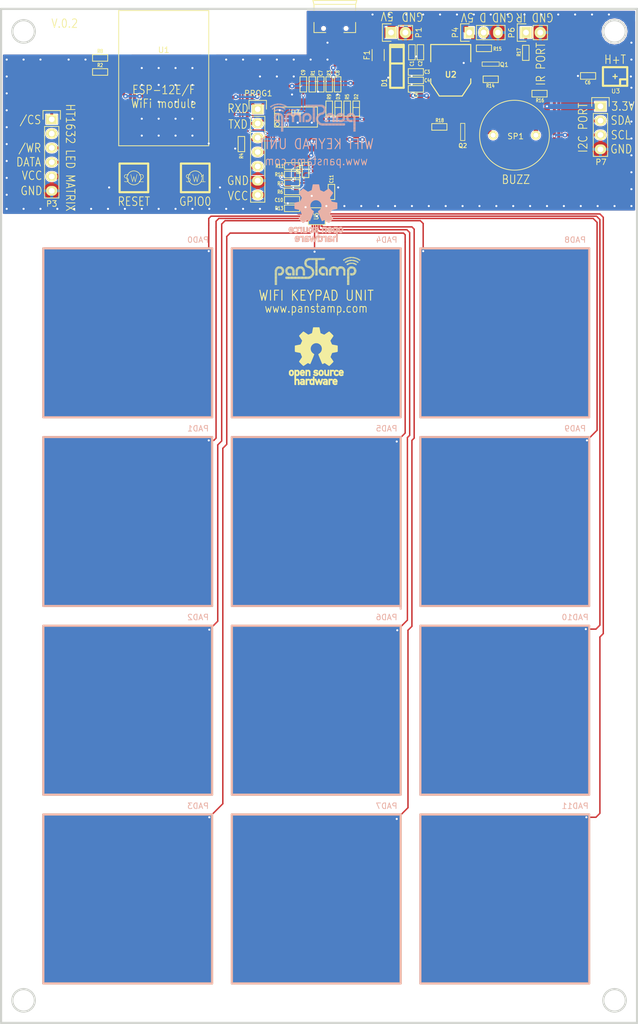
<source format=kicad_pcb>
(kicad_pcb (version 4) (host pcbnew 4.0.2+dfsg1-stable)
  (title_block (title "panStamp touch panel board") (date 2017-01-18) (rev 0.2) (company panStamp))
  (layers (0 Front signal) (31 Back signal) (34 B.Paste user) (35 F.Paste user) (36 B.SilkS user) (37 F.SilkS user) (38 B.Mask user) (39 F.Mask user) (44 Edge.Cuts user))
  (net 0 "")
  (net 1 /RESET)
  (net 2 /RXD)
  (net 3 /TXD)
  (net 4 GND)
  (net 5 /GPIO0)
  (net 6 /GPIO2)
  (net 7 /ADC)
  (net 8 /GPIO15)
  (net 9 VCC)
  (net 10 "Net-(R2-Pad1)")
  (net 11 /GPIO16)
  (net 12 "Net-(U1-Pad9)")
  (net 13 "Net-(U1-Pad10)")
  (net 14 "Net-(U1-Pad11)")
  (net 15 "Net-(U1-Pad12)")
  (net 16 "Net-(U1-Pad13)")
  (net 17 "Net-(U1-Pad14)")
  (net 18 "Net-(C1-Pad1)")
  (net 19 "Net-(C7-Pad1)")
  (net 20 "Net-(C8-Pad1)")
  (net 21 /3VINT)
  (net 22 "Net-(C10-Pad1)")
  (net 23 "Net-(C11-Pad1)")
  (net 24 "Net-(D2-Pad1)")
  (net 25 "Net-(D3-Pad1)")
  (net 26 +5V)
  (net 27 "Net-(P2-Pad4)")
  (net 28 //CS)
  (net 29 //RD)
  (net 30 //WR)
  (net 31 /DATA)
  (net 32 "Net-(P4-Pad2)")
  (net 33 "Net-(P6-Pad1)")
  (net 34 "Net-(PAD0-Pad1)")
  (net 35 "Net-(PAD1-Pad1)")
  (net 36 "Net-(PAD2-Pad1)")
  (net 37 "Net-(PAD3-Pad1)")
  (net 38 "Net-(PAD4-Pad1)")
  (net 39 "Net-(PAD5-Pad1)")
  (net 40 "Net-(PAD6-Pad1)")
  (net 41 "Net-(PAD7-Pad1)")
  (net 42 "Net-(PAD8-Pad1)")
  (net 43 "Net-(PAD9-Pad1)")
  (net 44 "Net-(PAD10-Pad1)")
  (net 45 "Net-(PAD11-Pad1)")
  (net 46 "Net-(R1-Pad2)")
  (net 47 "Net-(R3-Pad2)")
  (net 48 "Net-(R5-Pad1)")
  (net 49 /SDA)
  (net 50 /SCL)
  (net 51 "Net-(R9-Pad1)")
  (net 52 //IRQ)
  (net 53 "Net-(R13-Pad2)")
  (net 54 "Net-(U4-Pad1)")
  (net 55 "Net-(U4-Pad2)")
  (net 56 "Net-(U4-Pad5)")
  (net 57 "Net-(U4-Pad7)")
  (net 58 "Net-(U4-Pad8)")
  (net 59 "Net-(U4-Pad9)")
  (net 60 "Net-(U4-Pad18)")
  (net 61 "Net-(U4-Pad19)")
  (net 62 "Net-(Q2-Pad2)")
  (net 63 "Net-(Q2-Pad3)")
  (net 64 "Net-(R16-Pad2)")
  (module QFN-20-1EP_3x3mm_Pitch0.4mm (layer Front) (at 230.1 106.8 270)
    (fp_text reference U5 (at 0 0.1 270) (layer F.SilkS) (effects (font (size 0.762 0.635) (thickness 0.127))))
    (fp_text value MPR121Q hide)
    (pad 1 smd rect (at -1.5 -0.8 270) (size 0.85 0.27) (layers Front F.Paste F.Mask) (net 52 //IRQ))
    (pad 2 smd rect (at -1.5 -0.4 270) (size 0.85 0.27) (layers Front F.Paste F.Mask) (net 50 /SCL))
    (pad 3 smd rect (at -1.5 0 270) (size 0.85 0.27) (layers Front F.Paste F.Mask) (net 49 /SDA))
    (pad 4 smd rect (at -1.5 0.4 270) (size 0.85 0.27) (layers Front F.Paste F.Mask) (net 4 GND))
    (pad 5 smd rect (at -1.5 0.8 270) (size 0.85 0.27) (layers Front F.Paste F.Mask) (net 22 "Net-(C10-Pad1)"))
    (pad 6 smd rect (at -0.8 1.5) (size 0.85 0.27) (layers Front F.Paste F.Mask) (net 4 GND))
    (pad 7 smd rect (at -0.4 1.5) (size 0.85 0.27) (layers Front F.Paste F.Mask) (net 53 "Net-(R13-Pad2)"))
    (pad 8 smd rect (at 0 1.5) (size 0.85 0.27) (layers Front F.Paste F.Mask) (net 34 "Net-(PAD0-Pad1)"))
    (pad 9 smd rect (at 0.4 1.5) (size 0.85 0.27) (layers Front F.Paste F.Mask) (net 35 "Net-(PAD1-Pad1)"))
    (pad 10 smd rect (at 0.8 1.5) (size 0.85 0.27) (layers Front F.Paste F.Mask) (net 36 "Net-(PAD2-Pad1)"))
    (pad 11 smd rect (at 1.5 0.8 270) (size 0.85 0.27) (layers Front F.Paste F.Mask) (net 37 "Net-(PAD3-Pad1)"))
    (pad 12 smd rect (at 1.5 0.4 270) (size 0.85 0.27) (layers Front F.Paste F.Mask) (net 38 "Net-(PAD4-Pad1)"))
    (pad 13 smd rect (at 1.5 0 270) (size 0.85 0.27) (layers Front F.Paste F.Mask) (net 39 "Net-(PAD5-Pad1)"))
    (pad 14 smd rect (at 1.5 -0.4 270) (size 0.85 0.27) (layers Front F.Paste F.Mask) (net 40 "Net-(PAD6-Pad1)"))
    (pad 15 smd rect (at 1.5 -0.8 270) (size 0.85 0.27) (layers Front F.Paste F.Mask) (net 41 "Net-(PAD7-Pad1)"))
    (pad 16 smd rect (at 0.8 -1.5) (size 0.85 0.27) (layers Front F.Paste F.Mask) (net 42 "Net-(PAD8-Pad1)"))
    (pad 17 smd rect (at 0.4 -1.5) (size 0.85 0.27) (layers Front F.Paste F.Mask) (net 43 "Net-(PAD9-Pad1)"))
    (pad 18 smd rect (at 0 -1.5) (size 0.85 0.27) (layers Front F.Paste F.Mask) (net 44 "Net-(PAD10-Pad1)"))
    (pad 19 smd rect (at -0.4 -1.5) (size 0.85 0.27) (layers Front F.Paste F.Mask) (net 45 "Net-(PAD11-Pad1)"))
    (pad 20 smd rect (at -0.8 -1.5) (size 0.85 0.27) (layers Front F.Paste F.Mask) (net 23 "Net-(C11-Pad1)"))
  )
  (module mysmd:SM0603S (layer Front) (at 247 77.7 270)
    (fp_text reference C1 (at 2 0 270) (layer F.SilkS) (effects (font (size 0.635 0.508) (thickness 0.127))))
    (fp_text value 4.7u hide)
    (pad 2 smd rect (at 0.7493 0 270) (size 0.7874 0.762) (layers Front F.Paste F.Mask) (net 4 GND))
    (pad 1 smd rect (at -0.7493 0 270) (size 0.7874 0.762) (layers Front F.Paste F.Mask) (net 18 "Net-(C1-Pad1)"))
  )
  (module mysmd:SM0603S (layer Front) (at 248.5 77.7 270)
    (fp_text reference C2 (at 2 0 270) (layer F.SilkS) (effects (font (size 0.635 0.508) (thickness 0.127))))
    (fp_text value 1u hide)
    (pad 2 smd rect (at 0.7493 0 270) (size 0.7874 0.762) (layers Front F.Paste F.Mask) (net 4 GND))
    (pad 1 smd rect (at -0.7493 0 270) (size 0.7874 0.762) (layers Front F.Paste F.Mask) (net 18 "Net-(C1-Pad1)"))
  )
  (module mysmd:SM0603S (layer Front) (at 247.7 81.2 180)
    (fp_text reference C3 (at -2 0 180) (layer F.SilkS) (effects (font (size 0.635 0.508) (thickness 0.127))))
    (fp_text value 4.7u hide)
    (pad 2 smd rect (at 0.7493 0 180) (size 0.7874 0.762) (layers Front F.Paste F.Mask) (net 4 GND))
    (pad 1 smd rect (at -0.7493 0 180) (size 0.7874 0.762) (layers Front F.Paste F.Mask) (net 9 VCC))
  )
  (module mysmd:SM0603S (layer Front) (at 247.7 82.7 180)
    (fp_text reference C4 (at -2 0 180) (layer F.SilkS) (effects (font (size 0.635 0.508) (thickness 0.127))))
    (fp_text value 1u hide)
    (pad 2 smd rect (at 0.7493 0 180) (size 0.7874 0.762) (layers Front F.Paste F.Mask) (net 4 GND))
    (pad 1 smd rect (at -0.7493 0 180) (size 0.7874 0.762) (layers Front F.Paste F.Mask) (net 9 VCC))
  )
  (module mysmd:SM0603S (layer Front) (at 247.7 84.2 180)
    (fp_text reference C5 (at 0.0635 -1.1557 180) (layer F.SilkS) (effects (font (size 0.635 0.508) (thickness 0.127))))
    (fp_text value 100n hide)
    (pad 2 smd rect (at 0.7493 0 180) (size 0.7874 0.762) (layers Front F.Paste F.Mask) (net 4 GND))
    (pad 1 smd rect (at -0.7493 0 180) (size 0.7874 0.762) (layers Front F.Paste F.Mask) (net 9 VCC))
  )
  (module mysmd:SM0603S (layer Front) (at 278.3 81.9 180)
    (fp_text reference C6 (at 0.0635 -1.1557 180) (layer F.SilkS) (effects (font (size 0.635 0.508) (thickness 0.127))))
    (fp_text value 100n hide)
    (pad 2 smd rect (at 0.7493 0 180) (size 0.7874 0.762) (layers Front F.Paste F.Mask) (net 4 GND))
    (pad 1 smd rect (at -0.7493 0 180) (size 0.7874 0.762) (layers Front F.Paste F.Mask) (net 9 VCC))
  )
  (module mysmd:SM0603S (layer Front) (at 230.8 83.4 270)
    (fp_text reference C7 (at -2 0 270) (layer F.SilkS) (effects (font (size 0.635 0.508) (thickness 0.127))))
    (fp_text value 47p hide)
    (pad 2 smd rect (at 0.7493 0 270) (size 0.7874 0.762) (layers Front F.Paste F.Mask) (net 4 GND))
    (pad 1 smd rect (at -0.7493 0 270) (size 0.7874 0.762) (layers Front F.Paste F.Mask) (net 19 "Net-(C7-Pad1)"))
  )
  (module mysmd:SM0603S (layer Front) (at 233.8 83.4 270)
    (fp_text reference C8 (at -2 0 270) (layer F.SilkS) (effects (font (size 0.635 0.508) (thickness 0.127))))
    (fp_text value 47p hide)
    (pad 2 smd rect (at 0.7493 0 270) (size 0.7874 0.762) (layers Front F.Paste F.Mask) (net 4 GND))
    (pad 1 smd rect (at -0.7493 0 270) (size 0.7874 0.762) (layers Front F.Paste F.Mask) (net 20 "Net-(C8-Pad1)"))
  )
  (module mysmd:SM0603S (layer Front) (at 227.7 83.4 90)
    (fp_text reference C9 (at 2.1 0 90) (layer F.SilkS) (effects (font (size 0.635 0.508) (thickness 0.127))))
    (fp_text value 100n hide)
    (pad 2 smd rect (at 0.7493 0 90) (size 0.7874 0.762) (layers Front F.Paste F.Mask) (net 4 GND))
    (pad 1 smd rect (at -0.7493 0 90) (size 0.7874 0.762) (layers Front F.Paste F.Mask) (net 21 /3VINT))
  )
  (module mysmd:SM0603S (layer Front) (at 225.7 103.9 180)
    (fp_text reference C10 (at 2.33 -0.04 180) (layer F.SilkS) (effects (font (size 0.635 0.508) (thickness 0.127))))
    (fp_text value 100n hide)
    (pad 2 smd rect (at 0.7493 0 180) (size 0.7874 0.762) (layers Front F.Paste F.Mask) (net 4 GND))
    (pad 1 smd rect (at -0.7493 0 180) (size 0.7874 0.762) (layers Front F.Paste F.Mask) (net 22 "Net-(C10-Pad1)"))
  )
  (module mysmd:SM0603S (layer Front) (at 232.7 102.5 90)
    (fp_text reference C11 (at 2.3 0 90) (layer F.SilkS) (effects (font (size 0.635 0.508) (thickness 0.127))))
    (fp_text value 100n hide)
    (pad 2 smd rect (at 0.7493 0 90) (size 0.7874 0.762) (layers Front F.Paste F.Mask) (net 4 GND))
    (pad 1 smd rect (at -0.7493 0 90) (size 0.7874 0.762) (layers Front F.Paste F.Mask) (net 23 "Net-(C11-Pad1)"))
  )
  (module mysmd:SMA (layer Front) (at 244.4 80.2 90)
    (fp_text reference D1 (at -2.9 -2.3 90) (layer F.SilkS) (effects (font (size 0.889 0.762) (thickness 0.1524))))
    (fp_text value D_Schottky hide)
    (pad 2 smd rect (at -1.99898 0 90) (size 2.50952 1.70942) (layers Front F.Paste F.Mask) (net 4 GND))
    (pad 1 smd rect (at 1.99898 0 90) (size 2.50952 1.70942) (layers Front F.Paste F.Mask) (net 18 "Net-(C1-Pad1)"))
  )
  (module Resistors_SMD:R_1206 (layer Front) (at 241 78.2 270)
    (fp_text reference F1 (at 0 2 270) (layer F.SilkS))
    (fp_text value 1A)
    (pad 1 smd rect (at -1.45 0 270) (size 0.9 1.7) (layers Front F.Paste F.Mask) (net 26 +5V))
    (pad 2 smd rect (at 1.45 0 270) (size 0.9 1.7) (layers Front F.Paste F.Mask) (net 18 "Net-(C1-Pad1)"))
  )
  (module Pin_Headers:Pin_Header_Straight_1x02 (layer Front) (at 243.3 74.2 90)
    (fp_text reference P1 (at 0 4.9 90) (layer F.SilkS))
    (fp_text value CONN_01X02)
    (pad 1 thru_hole rect (at 0 0 90) (size 2.032 2.032) (drill 1.016) (layers *.Cu *.Mask F.SilkS) (net 26 +5V))
    (pad 2 thru_hole oval (at 0 2.54 90) (size 2.032 2.032) (drill 1.016) (layers *.Cu *.Mask F.SilkS) (net 4 GND))
  )
  (module Pin_Headers:Pin_Header_Straight_1x06 (layer Front) (at 183 89.6)
    (fp_text reference P3 (at 0 15) (layer F.SilkS))
    (fp_text value DISPLAY)
    (pad 1 thru_hole rect (at 0 0) (size 2.032 1.7272) (drill 1.016) (layers *.Cu *.Mask F.SilkS) (net 28 //CS))
    (pad 2 thru_hole oval (at 0 2.54) (size 2.032 1.7272) (drill 1.016) (layers *.Cu *.Mask F.SilkS) (net 29 //RD))
    (pad 3 thru_hole oval (at 0 5.08) (size 2.032 1.7272) (drill 1.016) (layers *.Cu *.Mask F.SilkS) (net 30 //WR))
    (pad 4 thru_hole oval (at 0 7.62) (size 2.032 1.7272) (drill 1.016) (layers *.Cu *.Mask F.SilkS) (net 31 /DATA))
    (pad 5 thru_hole oval (at 0 10.16) (size 2.032 1.7272) (drill 1.016) (layers *.Cu *.Mask F.SilkS) (net 9 VCC))
    (pad 6 thru_hole oval (at 0 12.7) (size 2.032 1.7272) (drill 1.016) (layers *.Cu *.Mask F.SilkS) (net 4 GND))
  )
  (module Pin_Headers:Pin_Header_Straight_1x03 (layer Front) (at 257.2 74.2 90)
    (fp_text reference P4 (at 0 -2.5 90) (layer F.SilkS))
    (fp_text value CONN_01X03)
    (pad 1 thru_hole rect (at 0 0 90) (size 2.032 1.7272) (drill 1.016) (layers *.Cu *.Mask F.SilkS) (net 26 +5V))
    (pad 2 thru_hole oval (at 0 2.54 90) (size 2.032 1.7272) (drill 1.016) (layers *.Cu *.Mask F.SilkS) (net 32 "Net-(P4-Pad2)"))
    (pad 3 thru_hole oval (at 0 5.08 90) (size 2.032 1.7272) (drill 1.016) (layers *.Cu *.Mask F.SilkS) (net 4 GND))
  )
  (module Pin_Headers:Pin_Header_Straight_1x02 (layer Front) (at 267.27 74.2 90)
    (fp_text reference P6 (at -0.02 -2.55 90) (layer F.SilkS))
    (fp_text value CONN_01X02)
    (pad 1 thru_hole rect (at 0 0 90) (size 2.032 2.032) (drill 1.016) (layers *.Cu *.Mask F.SilkS) (net 33 "Net-(P6-Pad1)"))
    (pad 2 thru_hole oval (at 0 2.54 90) (size 2.032 2.032) (drill 1.016) (layers *.Cu *.Mask F.SilkS) (net 4 GND))
  )
  (module mysmd:touchpad_01 (layer Back) (at 196.5 127.5)
    (fp_text reference PAD0 (at 12.5 -16.5) (layer B.SilkS) (effects (justify mirror)))
    (fp_text value PAD)
    (pad 1 smd rect (at 0 0) (size 30 30) (layers Back) (net 34 "Net-(PAD0-Pad1)"))
  )
  (module mysmd:touchpad_01 (layer Back) (at 196.5 161)
    (fp_text reference PAD1 (at 12.5 -16.5) (layer B.SilkS) (effects (justify mirror)))
    (fp_text value PAD)
    (pad 1 smd rect (at 0 0) (size 30 30) (layers Back) (net 35 "Net-(PAD1-Pad1)"))
  )
  (module mysmd:touchpad_01 (layer Back) (at 196.5 194.5)
    (fp_text reference PAD2 (at 12.5 -16.5) (layer B.SilkS) (effects (justify mirror)))
    (fp_text value PAD)
    (pad 1 smd rect (at 0 0) (size 30 30) (layers Back) (net 36 "Net-(PAD2-Pad1)"))
  )
  (module mysmd:touchpad_01 (layer Back) (at 196.5 228)
    (fp_text reference PAD3 (at 12.5 -16.5) (layer B.SilkS) (effects (justify mirror)))
    (fp_text value PAD)
    (pad 1 smd rect (at 0 0) (size 30 30) (layers Back) (net 37 "Net-(PAD3-Pad1)"))
  )
  (module mysmd:touchpad_01 (layer Back) (at 230 127.5)
    (fp_text reference PAD4 (at 12.5 -16.5) (layer B.SilkS) (effects (justify mirror)))
    (fp_text value PAD)
    (pad 1 smd rect (at 0 0) (size 30 30) (layers Back) (net 38 "Net-(PAD4-Pad1)"))
  )
  (module mysmd:touchpad_01 (layer Back) (at 230 161)
    (fp_text reference PAD5 (at 12.5 -16.5) (layer B.SilkS) (effects (justify mirror)))
    (fp_text value PAD)
    (pad 1 smd rect (at 0 0) (size 30 30) (layers Back) (net 39 "Net-(PAD5-Pad1)"))
  )
  (module mysmd:touchpad_01 (layer Back) (at 230 194.5)
    (fp_text reference PAD6 (at 12.5 -16.5) (layer B.SilkS) (effects (justify mirror)))
    (fp_text value PAD)
    (pad 1 smd rect (at 0 0) (size 30 30) (layers Back) (net 40 "Net-(PAD6-Pad1)"))
  )
  (module mysmd:touchpad_01 (layer Back) (at 230 228)
    (fp_text reference PAD7 (at 12.5 -16.5) (layer B.SilkS) (effects (justify mirror)))
    (fp_text value PAD)
    (pad 1 smd rect (at 0 0) (size 30 30) (layers Back) (net 41 "Net-(PAD7-Pad1)"))
  )
  (module mysmd:touchpad_01 (layer Back) (at 263.5 127.5)
    (fp_text reference PAD8 (at 12.5 -16.5) (layer B.SilkS) (effects (justify mirror)))
    (fp_text value PAD)
    (pad 1 smd rect (at 0 0) (size 30 30) (layers Back) (net 42 "Net-(PAD8-Pad1)"))
  )
  (module mysmd:touchpad_01 (layer Back) (at 263.5 161)
    (fp_text reference PAD9 (at 12.5 -16.5) (layer B.SilkS) (effects (justify mirror)))
    (fp_text value PAD)
    (pad 1 smd rect (at 0 0) (size 30 30) (layers Back) (net 43 "Net-(PAD9-Pad1)"))
  )
  (module mysmd:touchpad_01 (layer Back) (at 263.5 194.5)
    (fp_text reference PAD10 (at 12.5 -16.5) (layer B.SilkS) (effects (justify mirror)))
    (fp_text value PAD)
    (pad 1 smd rect (at 0 0) (size 30 30) (layers Back) (net 44 "Net-(PAD10-Pad1)"))
  )
  (module mysmd:touchpad_01 (layer Back) (at 263.5 228)
    (fp_text reference PAD11 (at 12.5 -16.5) (layer B.SilkS) (effects (justify mirror)))
    (fp_text value PAD)
    (pad 1 smd rect (at 0 0) (size 30 30) (layers Back) (net 45 "Net-(PAD11-Pad1)"))
  )
  (module Pin_Headers:Pin_Header_Straight_1x07 (layer Front) (at 219.6 87.8)
    (fp_text reference PROG1 (at 0.1 -2.8) (layer F.SilkS))
    (fp_text value CONN_01X07)
    (pad 1 thru_hole rect (at 0 0) (size 2.032 1.7272) (drill 1.016) (layers *.Cu *.Mask F.SilkS) (net 2 /RXD))
    (pad 2 thru_hole oval (at 0 2.54) (size 2.032 1.7272) (drill 1.016) (layers *.Cu *.Mask F.SilkS) (net 3 /TXD))
    (pad 3 thru_hole oval (at 0 5.08) (size 2.032 1.7272) (drill 1.016) (layers *.Cu *.Mask F.SilkS) (net 8 /GPIO15))
    (pad 4 thru_hole oval (at 0 7.62) (size 2.032 1.7272) (drill 1.016) (layers *.Cu *.Mask F.SilkS) (net 1 /RESET))
    (pad 5 thru_hole oval (at 0 10.16) (size 2.032 1.7272) (drill 1.016) (layers *.Cu *.Mask F.SilkS) (net 5 /GPIO0))
    (pad 6 thru_hole oval (at 0 12.7) (size 2.032 1.7272) (drill 1.016) (layers *.Cu *.Mask F.SilkS) (net 4 GND))
    (pad 7 thru_hole oval (at 0 15.24) (size 2.032 1.7272) (drill 1.016) (layers *.Cu *.Mask F.SilkS) (net 9 VCC))
  )
  (module mysmd:SM0603S (layer Front) (at 229.3 83.4 270)
    (fp_text reference R1 (at -2 -0.1 270) (layer F.SilkS) (effects (font (size 0.635 0.508) (thickness 0.127))))
    (fp_text value 27 hide)
    (pad 2 smd rect (at 0.7493 0 270) (size 0.7874 0.762) (layers Front F.Paste F.Mask) (net 46 "Net-(R1-Pad2)"))
    (pad 1 smd rect (at -0.7493 0 270) (size 0.7874 0.762) (layers Front F.Paste F.Mask) (net 19 "Net-(C7-Pad1)"))
  )
  (module mysmd:SM0603S (layer Front) (at 191.6 81.2 180)
    (fp_text reference R2 (at 0 1.2 180) (layer F.SilkS) (effects (font (size 0.635 0.508) (thickness 0.127))))
    (fp_text value 10k hide)
    (pad 2 smd rect (at 0.7493 0 180) (size 0.7874 0.762) (layers Front F.Paste F.Mask) (net 9 VCC))
    (pad 1 smd rect (at -0.7493 0 180) (size 0.7874 0.762) (layers Front F.Paste F.Mask) (net 10 "Net-(R2-Pad1)"))
  )
  (module mysmd:SM0603S (layer Front) (at 232.3 83.4 270)
    (fp_text reference R3 (at -2 0 270) (layer F.SilkS) (effects (font (size 0.635 0.508) (thickness 0.127))))
    (fp_text value 27 hide)
    (pad 2 smd rect (at 0.7493 0 270) (size 0.7874 0.762) (layers Front F.Paste F.Mask) (net 47 "Net-(R3-Pad2)"))
    (pad 1 smd rect (at -0.7493 0 270) (size 0.7874 0.762) (layers Front F.Paste F.Mask) (net 20 "Net-(C8-Pad1)"))
  )
  (module mysmd:SM0603S (layer Front) (at 216.7 94 90)
    (fp_text reference R4 (at -2.1 0 90) (layer F.SilkS) (effects (font (size 0.635 0.508) (thickness 0.127))))
    (fp_text value 10k hide)
    (pad 2 smd rect (at 0.7493 0 90) (size 0.7874 0.762) (layers Front F.Paste F.Mask) (net 8 /GPIO15))
    (pad 1 smd rect (at -0.7493 0 90) (size 0.7874 0.762) (layers Front F.Paste F.Mask) (net 4 GND))
  )
  (module mysmd:SM0603S (layer Front) (at 235.5 87.7 90)
    (fp_text reference R5 (at 2.1 0 90) (layer F.SilkS) (effects (font (size 0.635 0.508) (thickness 0.127))))
    (fp_text value 1k hide)
    (pad 2 smd rect (at 0.7493 0 90) (size 0.7874 0.762) (layers Front F.Paste F.Mask) (net 24 "Net-(D2-Pad1)"))
    (pad 1 smd rect (at -0.7493 0 90) (size 0.7874 0.762) (layers Front F.Paste F.Mask) (net 48 "Net-(R5-Pad1)"))
  )
  (module mysmd:SM0603S (layer Front) (at 225.7 102.4)
    (fp_text reference R6 (at -2.1 0.1) (layer F.SilkS) (effects (font (size 0.635 0.508) (thickness 0.127))))
    (fp_text value 10k hide)
    (pad 2 smd rect (at 0.7493 0) (size 0.7874 0.762) (layers Front F.Paste F.Mask) (net 49 /SDA))
    (pad 1 smd rect (at -0.7493 0) (size 0.7874 0.762) (layers Front F.Paste F.Mask) (net 9 VCC))
  )
  (module mysmd:SM0603S (layer Front) (at 225.7 100.9)
    (fp_text reference R7 (at -2.1 0.1) (layer F.SilkS) (effects (font (size 0.635 0.508) (thickness 0.127))))
    (fp_text value 10k hide)
    (pad 2 smd rect (at 0.7493 0) (size 0.7874 0.762) (layers Front F.Paste F.Mask) (net 50 /SCL))
    (pad 1 smd rect (at -0.7493 0) (size 0.7874 0.762) (layers Front F.Paste F.Mask) (net 9 VCC))
  )
  (module mysmd:SM0603S (layer Front) (at 191.6 78.7 180)
    (fp_text reference R8 (at 0 1.2 180) (layer F.SilkS) (effects (font (size 0.635 0.508) (thickness 0.127))))
    (fp_text value 10k hide)
    (pad 2 smd rect (at 0.7493 0 180) (size 0.7874 0.762) (layers Front F.Paste F.Mask) (net 9 VCC))
    (pad 1 smd rect (at -0.7493 0 180) (size 0.7874 0.762) (layers Front F.Paste F.Mask) (net 1 /RESET))
  )
  (module mysmd:SM0603S (layer Front) (at 232.3 87.7 90)
    (fp_text reference R9 (at 2.1 0 90) (layer F.SilkS) (effects (font (size 0.635 0.508) (thickness 0.127))))
    (fp_text value 1k hide)
    (pad 2 smd rect (at 0.7493 0 90) (size 0.7874 0.762) (layers Front F.Paste F.Mask) (net 25 "Net-(D3-Pad1)"))
    (pad 1 smd rect (at -0.7493 0 90) (size 0.7874 0.762) (layers Front F.Paste F.Mask) (net 51 "Net-(R9-Pad1)"))
  )
  (module mysmd:SM0603S (layer Front) (at 225.7 99.4)
    (fp_text reference R10 (at -2.3 0) (layer F.SilkS) (effects (font (size 0.635 0.508) (thickness 0.127))))
    (fp_text value 10k hide)
    (pad 2 smd rect (at 0.7493 0) (size 0.7874 0.762) (layers Front F.Paste F.Mask) (net 52 //IRQ))
    (pad 1 smd rect (at -0.7493 0) (size 0.7874 0.762) (layers Front F.Paste F.Mask) (net 9 VCC))
  )
  (module mysmd:SM0603S (layer Front) (at 225.7 97.9)
    (fp_text reference R11 (at -2.2 0) (layer F.SilkS) (effects (font (size 0.635 0.508) (thickness 0.127))))
    (fp_text value 0 hide)
    (pad 2 smd rect (at 0.7493 0) (size 0.7874 0.762) (layers Front F.Paste F.Mask) (net 23 "Net-(C11-Pad1)"))
    (pad 1 smd rect (at -0.7493 0) (size 0.7874 0.762) (layers Front F.Paste F.Mask) (net 9 VCC))
  )
  (module mysmd:SM0603S (layer Front) (at 228.1 98.6 270)
    (fp_text reference R12 (at 0 1.2 270) (layer F.SilkS) (effects (font (size 0.635 0.508) (thickness 0.127))))
    (fp_text value 0 hide)
    (pad 2 smd rect (at 0.7493 0 270) (size 0.7874 0.762) (layers Front F.Paste F.Mask) (net 23 "Net-(C11-Pad1)"))
    (pad 1 smd rect (at -0.7493 0 270) (size 0.7874 0.762) (layers Front F.Paste F.Mask) (net 8 /GPIO15))
  )
  (module mysmd:SM0603S (layer Front) (at 225.7 105.4)
    (fp_text reference R13 (at -2.3 0) (layer F.SilkS) (effects (font (size 0.635 0.508) (thickness 0.127))))
    (fp_text value 75k hide)
    (pad 2 smd rect (at 0.7493 0) (size 0.7874 0.762) (layers Front F.Paste F.Mask) (net 53 "Net-(R13-Pad2)"))
    (pad 1 smd rect (at -0.7493 0) (size 0.7874 0.762) (layers Front F.Paste F.Mask) (net 4 GND))
  )
  (module mysmd:SM0603S (layer Front) (at 261 82.5 180)
    (fp_text reference R14 (at 0.0635 -1.1557 180) (layer F.SilkS) (effects (font (size 0.635 0.508) (thickness 0.127))))
    (fp_text value 10k hide)
    (pad 2 smd rect (at 0.7493 0 180) (size 0.7874 0.762) (layers Front F.Paste F.Mask) (net 9 VCC))
    (pad 1 smd rect (at -0.7493 0 180) (size 0.7874 0.762) (layers Front F.Paste F.Mask) (net 11 /GPIO16))
  )
  (module mysmd:SM0603S (layer Front) (at 259.8 77 180)
    (fp_text reference R15 (at -2.4 -0.1 180) (layer F.SilkS) (effects (font (size 0.635 0.508) (thickness 0.127))))
    (fp_text value 10k hide)
    (pad 2 smd rect (at 0.7493 0 180) (size 0.7874 0.762) (layers Front F.Paste F.Mask) (net 26 +5V))
    (pad 1 smd rect (at -0.7493 0 180) (size 0.7874 0.762) (layers Front F.Paste F.Mask) (net 32 "Net-(P4-Pad2)"))
  )
  (module mysmd:SM0603S (layer Front) (at 269.675 85.05 180)
    (fp_text reference R16 (at -0.075 -1.2 180) (layer F.SilkS) (effects (font (size 0.635 0.508) (thickness 0.127))))
    (fp_text value 100 hide)
    (pad 2 smd rect (at 0.7493 0 180) (size 0.7874 0.762) (layers Front F.Paste F.Mask) (net 64 "Net-(R16-Pad2)"))
    (pad 1 smd rect (at -0.7493 0 180) (size 0.7874 0.762) (layers Front F.Paste F.Mask) (net 9 VCC))
  )
  (module mysmd:SM0603S (layer Front) (at 267.23 77.8 270)
    (fp_text reference R17 (at -0.1 1.23 270) (layer F.SilkS) (effects (font (size 0.635 0.508) (thickness 0.127))))
    (fp_text value 100 hide)
    (pad 2 smd rect (at 0.7493 0 270) (size 0.7874 0.762) (layers Front F.Paste F.Mask) (net 6 /GPIO2))
    (pad 1 smd rect (at -0.7493 0 270) (size 0.7874 0.762) (layers Front F.Paste F.Mask) (net 33 "Net-(P6-Pad1)"))
  )
  (module mysmd:switch-tact-noah (layer Front) (at 208.5 100 180)
    (fp_text reference SW1 (at -0.1 -0.1 180) (layer F.SilkS) (effects (font (size 1.27 1.27) (thickness 0.0889))))
    (fp_text value SW_PUSH_SMALL hide)
    (pad 1 smd rect (at -2.49936 -1.75006 180) (size 1.99898 1.00076) (layers Front F.Paste F.Mask) (net 4 GND))
    (pad 3 smd rect (at 2.49936 -1.75006 180) (size 1.99898 1.00076) (layers Front F.Paste F.Mask))
    (pad 2 smd rect (at -2.49936 1.75006 180) (size 1.99898 1.00076) (layers Front F.Paste F.Mask) (net 5 /GPIO0))
    (pad 4 smd rect (at 2.49936 1.75006 180) (size 1.99898 1.00076) (layers Front F.Paste F.Mask))
  )
  (module mysmd:switch-tact-noah (layer Front) (at 197.6 100)
    (fp_text reference SW2 (at 0 0.1) (layer F.SilkS) (effects (font (size 1.27 1.27) (thickness 0.0889))))
    (fp_text value SW_PUSH_SMALL hide)
    (pad 1 smd rect (at -2.49936 -1.75006) (size 1.99898 1.00076) (layers Front F.Paste F.Mask) (net 1 /RESET))
    (pad 3 smd rect (at 2.49936 -1.75006) (size 1.99898 1.00076) (layers Front F.Paste F.Mask))
    (pad 2 smd rect (at -2.49936 1.75006) (size 1.99898 1.00076) (layers Front F.Paste F.Mask) (net 4 GND))
    (pad 4 smd rect (at 2.49936 1.75006) (size 1.99898 1.00076) (layers Front F.Paste F.Mask))
  )
  (module ESP8266:ESP-12E (layer Front) (at 194.9 78.7)
    (fp_text reference U1 (at 8 -1.4) (layer F.SilkS))
    (fp_text value ESP-12E)
    (pad 9 smd oval (at 2.99 15.75 90) (size 2.4 1.1) (layers Front F.Paste F.Mask) (net 12 "Net-(U1-Pad9)"))
    (pad 10 smd oval (at 4.99 15.75 90) (size 2.4 1.1) (layers Front F.Paste F.Mask) (net 13 "Net-(U1-Pad10)"))
    (pad 11 smd oval (at 6.99 15.75 90) (size 2.4 1.1) (layers Front F.Paste F.Mask) (net 14 "Net-(U1-Pad11)"))
    (pad 12 smd oval (at 8.99 15.75 90) (size 2.4 1.1) (layers Front F.Paste F.Mask) (net 15 "Net-(U1-Pad12)"))
    (pad 13 smd oval (at 10.99 15.75 90) (size 2.4 1.1) (layers Front F.Paste F.Mask) (net 16 "Net-(U1-Pad13)"))
    (pad 14 smd oval (at 12.99 15.75 90) (size 2.4 1.1) (layers Front F.Paste F.Mask) (net 17 "Net-(U1-Pad14)"))
    (pad 1 smd rect (at 0 0) (size 2.4 1.1) (layers Front F.Paste F.Mask) (net 1 /RESET))
    (pad 2 smd oval (at 0 2) (size 2.4 1.1) (layers Front F.Paste F.Mask) (net 7 /ADC))
    (pad 3 smd oval (at 0 4) (size 2.4 1.1) (layers Front F.Paste F.Mask) (net 10 "Net-(R2-Pad1)"))
    (pad 4 smd oval (at 0 6) (size 2.4 1.1) (layers Front F.Paste F.Mask) (net 11 /GPIO16))
    (pad 5 smd oval (at 0 8) (size 2.4 1.1) (layers Front F.Paste F.Mask) (net 28 //CS))
    (pad 6 smd oval (at 0 10) (size 2.4 1.1) (layers Front F.Paste F.Mask) (net 30 //WR))
    (pad 7 smd oval (at 0 12) (size 2.4 1.1) (layers Front F.Paste F.Mask) (net 31 /DATA))
    (pad 8 smd oval (at 0 14) (size 2.4 1.1) (layers Front F.Paste F.Mask) (net 9 VCC))
    (pad 15 smd oval (at 16 14) (size 2.4 1.1) (layers Front F.Paste F.Mask) (net 4 GND))
    (pad 16 smd oval (at 16 12) (size 2.4 1.1) (layers Front F.Paste F.Mask) (net 8 /GPIO15))
    (pad 17 smd oval (at 16 10) (size 2.4 1.1) (layers Front F.Paste F.Mask) (net 6 /GPIO2))
    (pad 18 smd oval (at 16 8) (size 2.4 1.1) (layers Front F.Paste F.Mask) (net 5 /GPIO0))
    (pad 19 smd oval (at 16 6) (size 2.4 1.1) (layers Front F.Paste F.Mask) (net 49 /SDA))
    (pad 20 smd oval (at 16 4) (size 2.4 1.1) (layers Front F.Paste F.Mask) (net 50 /SCL))
    (pad 21 smd oval (at 16 2) (size 2.4 1.1) (layers Front F.Paste F.Mask) (net 2 /RXD))
    (pad 22 smd oval (at 16 0) (size 2.4 1.1) (layers Front F.Paste F.Mask) (net 3 /TXD))
  )
  (module mysmd:SOT223 (layer Front) (at 253.9 80.9 180)
    (fp_text reference U2 (at 0 -0.762 180) (layer F.SilkS) (effects (font (size 1.016 1.016) (thickness 0.2032))))
    (fp_text value AP2114H-3.3 hide)
    (pad 2 smd rect (at 0 -3.302 180) (size 3.6576 2.032) (layers Front F.Paste F.Mask) (net 9 VCC))
    (pad 2 smd rect (at 0 3.302 180) (size 1.016 2.032) (layers Front F.Paste F.Mask) (net 9 VCC))
    (pad 3 smd rect (at 2.286 3.302 180) (size 1.016 2.032) (layers Front F.Paste F.Mask) (net 18 "Net-(C1-Pad1)"))
    (pad 1 smd rect (at -2.286 3.302 180) (size 1.016 2.032) (layers Front F.Paste F.Mask) (net 4 GND))
  )
  (module mysmd:DFN-6 (layer Front) (at 283.1 82 90)
    (fp_text reference U3 (at -2.6 0.1 180) (layer F.SilkS) (effects (font (size 0.762 0.762) (thickness 0.127))))
    (fp_text value SI7021 hide)
    (pad 6 smd rect (at -1 -1.625 90) (size 0.45 1.2) (layers Front F.Paste F.Mask) (net 50 /SCL))
    (pad 5 smd rect (at 0 -1.625 90) (size 0.45 1.2) (layers Front F.Paste F.Mask) (net 9 VCC))
    (pad 4 smd rect (at 1 -1.625 90) (size 0.45 1.2) (layers Front F.Paste F.Mask))
    (pad 3 smd rect (at 1 1.625 90) (size 0.45 1.2) (layers Front F.Paste F.Mask))
    (pad 2 smd rect (at 0 1.625 90) (size 0.45 1.2) (layers Front F.Paste F.Mask) (net 4 GND))
    (pad 1 smd rect (at -1 1.625 90) (size 0.45 1.2) (layers Front F.Paste F.Mask) (net 49 /SDA))
    (pad 7 smd rect (at 0 0 90) (size 2.4 1.5) (layers Front F.Paste F.Mask))
  )
  (module SMD_Packages:SSOP-20 (layer Front) (at 226.4 89.2)
    (fp_text reference U4 (at 0 -0.635) (layer F.SilkS))
    (fp_text value FT231XS)
    (pad 1 smd rect (at -2.921 2.667) (size 0.4064 1.27) (layers Front F.Paste F.Mask) (net 54 "Net-(U4-Pad1)"))
    (pad 2 smd rect (at -2.286 2.667) (size 0.4064 1.27) (layers Front F.Paste F.Mask) (net 55 "Net-(U4-Pad2)"))
    (pad 3 smd rect (at -1.6256 2.667) (size 0.4064 1.27) (layers Front F.Paste F.Mask) (net 21 /3VINT))
    (pad 4 smd rect (at -0.9652 2.667) (size 0.4064 1.27) (layers Front F.Paste F.Mask) (net 3 /TXD))
    (pad 5 smd rect (at -0.3302 2.667) (size 0.4064 1.27) (layers Front F.Paste F.Mask) (net 56 "Net-(U4-Pad5)"))
    (pad 6 smd rect (at 0.3302 2.667) (size 0.4064 1.27) (layers Front F.Paste F.Mask) (net 4 GND))
    (pad 7 smd rect (at 0.9906 2.667) (size 0.4064 1.27) (layers Front F.Paste F.Mask) (net 57 "Net-(U4-Pad7)"))
    (pad 8 smd rect (at 1.6256 2.667) (size 0.4064 1.27) (layers Front F.Paste F.Mask) (net 58 "Net-(U4-Pad8)"))
    (pad 9 smd rect (at 2.286 2.667) (size 0.4064 1.27) (layers Front F.Paste F.Mask) (net 59 "Net-(U4-Pad9)"))
    (pad 10 smd rect (at 2.921 2.667) (size 0.4064 1.27) (layers Front F.Paste F.Mask) (net 51 "Net-(R9-Pad1)"))
    (pad 11 smd rect (at 2.921 -2.667) (size 0.4064 1.27) (layers Front F.Paste F.Mask) (net 47 "Net-(R3-Pad2)"))
    (pad 12 smd rect (at 2.286 -2.667) (size 0.4064 1.27) (layers Front F.Paste F.Mask) (net 46 "Net-(R1-Pad2)"))
    (pad 13 smd rect (at 1.6256 -2.667) (size 0.4064 1.27) (layers Front F.Paste F.Mask) (net 21 /3VINT))
    (pad 14 smd rect (at 0.9906 -2.667) (size 0.4064 1.27) (layers Front F.Paste F.Mask) (net 21 /3VINT))
    (pad 15 smd rect (at 0.3302 -2.667) (size 0.4064 1.27) (layers Front F.Paste F.Mask) (net 26 +5V))
    (pad 16 smd rect (at -0.3302 -2.667) (size 0.4064 1.27) (layers Front F.Paste F.Mask) (net 4 GND))
    (pad 17 smd rect (at -0.9652 -2.667) (size 0.4064 1.27) (layers Front F.Paste F.Mask) (net 48 "Net-(R5-Pad1)"))
    (pad 18 smd rect (at -1.6256 -2.667) (size 0.4064 1.27) (layers Front F.Paste F.Mask) (net 60 "Net-(U4-Pad18)"))
    (pad 19 smd rect (at -2.286 -2.667) (size 0.4064 1.27) (layers Front F.Paste F.Mask) (net 61 "Net-(U4-Pad19)"))
    (pad 20 smd rect (at -2.921 -2.667) (size 0.4064 1.27) (layers Front F.Paste F.Mask) (net 2 /RXD))
  )
  (module mysmd:SM0603S_POL (layer Front) (at 237.1 87.7 90)
    (fp_text reference D2 (at 2.1 0 90) (layer F.SilkS) (effects (font (size 0.635 0.508) (thickness 0.127))))
    (fp_text value LED hide)
    (pad 1 smd rect (at 0.7493 0 90) (size 0.7874 0.762) (layers Front F.Paste F.Mask) (net 24 "Net-(D2-Pad1)"))
    (pad 2 smd rect (at -0.7493 0 90) (size 0.7874 0.762) (layers Front F.Paste F.Mask) (net 9 VCC))
  )
  (module mysmd:SM0603S_POL (layer Front) (at 233.9 87.7 90)
    (fp_text reference D3 (at 2.1 0 90) (layer F.SilkS) (effects (font (size 0.635 0.508) (thickness 0.127))))
    (fp_text value LED hide)
    (pad 1 smd rect (at 0.7493 0 90) (size 0.7874 0.762) (layers Front F.Paste F.Mask) (net 25 "Net-(D3-Pad1)"))
    (pad 2 smd rect (at -0.7493 0 90) (size 0.7874 0.762) (layers Front F.Paste F.Mask) (net 9 VCC))
  )
  (module mysmd:SOT23 (layer Front) (at 261 79.8 180)
    (fp_text reference Q1 (at -2.4 -0.1 180) (layer F.SilkS) (effects (font (size 0.762 0.762) (thickness 0.127))))
    (fp_text value Q_NMOS_GSD hide)
    (pad 2 smd rect (at -0.889 -1.016 180) (size 0.9144 0.9144) (layers Front F.Paste F.Mask) (net 11 /GPIO16))
    (pad 1 smd rect (at 0.889 -1.016 180) (size 0.9144 0.9144) (layers Front F.Paste F.Mask) (net 9 VCC))
    (pad 3 smd rect (at 0 1.016 180) (size 0.9144 0.9144) (layers Front F.Paste F.Mask) (net 32 "Net-(P4-Pad2)"))
  )
  (module Pin_Headers:Pin_Header_Straight_1x04 (layer Front) (at 280.5 87.3)
    (fp_text reference P7 (at 0.1 9.9) (layer F.SilkS))
    (fp_text value CONN_01X04)
    (pad 1 thru_hole rect (at 0 0) (size 2.032 1.7272) (drill 1.016) (layers *.Cu *.Mask F.SilkS) (net 9 VCC))
    (pad 2 thru_hole oval (at 0 2.54) (size 2.032 1.7272) (drill 1.016) (layers *.Cu *.Mask F.SilkS) (net 49 /SDA))
    (pad 3 thru_hole oval (at 0 5.08) (size 2.032 1.7272) (drill 1.016) (layers *.Cu *.Mask F.SilkS) (net 50 /SCL))
    (pad 4 thru_hole oval (at 0 7.62) (size 2.032 1.7272) (drill 1.016) (layers *.Cu *.Mask F.SilkS) (net 4 GND))
  )
  (module mymods:PANSTAMPLOGO (layer Front) (at 222.625 113.725)
    (fp_text reference G*** hide)
    (fp_text value PANSTAMPLOGO hide)
  )
  (module mymods:oshlogo (layer Front) (at 230 131.65)
    (fp_text reference G*** hide)
    (fp_text value LOGO hide)
  )
  (module mymods:fiducial (layer Front) (at 176.1 104.3)
    (fp_text reference fiducial hide)
    (fp_text value VAL** hide)
    (pad 1 smd circle (at 0 0) (size 1 1) (layers Front F.Mask) (clearance 0.5))
  )
  (module mymods:fiducial (layer Front) (at 285.6 71.6)
    (fp_text reference fiducial hide)
    (fp_text value VAL** hide)
    (pad 1 smd circle (at 0 0) (size 1 1) (layers Front F.Mask) (clearance 0.5))
  )
  (module mysmd:MICRO_USB_SOCKET (layer Front) (at 233.3 74 180)
    (fp_text reference P2 hide)
    (fp_text value CONN_01X05 hide)
    (pad 1 smd rect (at -1.3 0 180) (size 0.4 1.4) (layers Front F.Paste F.Mask) (net 26 +5V))
    (pad 2 smd rect (at -0.65 0 180) (size 0.4 1.4) (layers Front F.Paste F.Mask) (net 19 "Net-(C7-Pad1)"))
    (pad 3 smd rect (at 0 0 180) (size 0.4 1.4) (layers Front F.Paste F.Mask) (net 20 "Net-(C8-Pad1)"))
    (pad 4 smd rect (at 0.65 0 180) (size 0.4 1.4) (layers Front F.Paste F.Mask) (net 27 "Net-(P2-Pad4)"))
    (pad 5 smd rect (at 1.3 0 180) (size 0.4 1.4) (layers Front F.Paste F.Mask) (net 4 GND))
    (pad "" np_thru_hole circle (at 2 0.525 180) (size 0.6 0.6) (drill 0.6) (layers *.Cu *.Mask F.SilkS))
    (pad 6 smd rect (at 3.95 2.675 180) (size 1.9 1.9) (layers Front F.Paste F.Mask) (net 4 GND))
    (pad "" np_thru_hole circle (at -2 0.525 180) (size 0.6 0.6) (drill 0.6) (layers *.Cu *.Mask F.SilkS))
    (pad 6 smd rect (at -3.95 2.675 180) (size 1.9 1.9) (layers Front F.Paste F.Mask) (net 4 GND))
  )
  (module mymods:PANSTAMPLOGO (layer Back) (at 237 86.5 180)
    (fp_text reference G*** hide)
    (fp_text value PANSTAMPLOGO hide)
  )
  (module mysmd:SOT23EBC (layer Front) (at 256.025 91.85 90)
    (fp_text reference Q2 (at -2.4384 0.01016 180) (layer F.SilkS) (effects (font (size 0.762 0.762) (thickness 0.1524))))
    (fp_text value Q_NPN_EBC hide)
    (pad 1 smd rect (at -0.889 -1.016 90) (size 0.9144 0.9144) (layers Front F.Paste F.Mask) (net 4 GND))
    (pad 2 smd rect (at 0.889 -1.016 90) (size 0.9144 0.9144) (layers Front F.Paste F.Mask) (net 62 "Net-(Q2-Pad2)"))
    (pad 3 smd rect (at 0 1.016 90) (size 0.9144 0.9144) (layers Front F.Paste F.Mask) (net 63 "Net-(Q2-Pad3)"))
  )
  (module mysmd:SM0603S (layer Front) (at 251.875 90.95)
    (fp_text reference R18 (at 0.0635 -1.1557) (layer F.SilkS) (effects (font (size 0.635 0.508) (thickness 0.127))))
    (fp_text value 2k2 hide)
    (pad 2 smd rect (at 0.7493 0) (size 0.7874 0.762) (layers Front F.Paste F.Mask) (net 62 "Net-(Q2-Pad2)"))
    (pad 1 smd rect (at -0.7493 0) (size 0.7874 0.762) (layers Front F.Paste F.Mask) (net 8 /GPIO15))
  )
  (module mymods:Buzzer_7.6_12.0 (layer Front) (at 265.225 92.425)
    (fp_text reference SP1 (at 0.2 0.2) (layer F.SilkS))
    (fp_text value AL11P)
    (pad 1 thru_hole circle (at -3.8 0) (size 1.6 1.6) (drill 0.9) (layers *.Cu *.Mask F.SilkS) (net 63 "Net-(Q2-Pad3)"))
    (pad 2 thru_hole circle (at 3.8 0) (size 1.6 1.6) (drill 0.9) (layers *.Cu *.Mask F.SilkS) (net 64 "Net-(R16-Pad2)"))
  )
  (module mymods:oshlogo (layer Back) (at 229.95 106.275 180)
    (fp_text reference G*** hide)
    (fp_text value LOGO hide)
  )
  (gr_text "WIFI KEYPAD UNIT" (at 230 94) (layer B.SilkS) (effects (font (size 1.778 1.524) (thickness 0.1778)) (justify mirror)))
  (gr_text www.panstamp.com (at 230 97) (layer B.SilkS) (effects (font (size 1.524 1.27) (thickness 0.1524)) (justify mirror)))
  (gr_line (start 278.5 142.5) (end 248.5 142.5) (angle 90) (layer B.SilkS) (width 0.381))
  (gr_line (start 278.5 112.5) (end 278.5 142.5) (angle 90) (layer B.SilkS) (width 0.381))
  (gr_line (start 248.5 112.5) (end 278.5 112.5) (angle 90) (layer B.SilkS) (width 0.381))
  (gr_line (start 248.5 142.5) (end 248.5 112.5) (angle 90) (layer B.SilkS) (width 0.381))
  (gr_line (start 245 142.5) (end 215 142.5) (angle 90) (layer B.SilkS) (width 0.381))
  (gr_line (start 245 112.5) (end 245 142.5) (angle 90) (layer B.SilkS) (width 0.381))
  (gr_line (start 215 112.5) (end 245 112.5) (angle 90) (layer B.SilkS) (width 0.381))
  (gr_line (start 215 142.5) (end 215 112.5) (angle 90) (layer B.SilkS) (width 0.381))
  (gr_line (start 211.5 142.5) (end 181.5 142.5) (angle 90) (layer B.SilkS) (width 0.381))
  (gr_line (start 211.5 112.5) (end 211.5 142.5) (angle 90) (layer B.SilkS) (width 0.381))
  (gr_line (start 181.5 112.5) (end 211.5 112.5) (angle 90) (layer B.SilkS) (width 0.381))
  (gr_line (start 181.5 142.5) (end 181.5 112.5) (angle 90) (layer B.SilkS) (width 0.381))
  (gr_line (start 181.5 176) (end 211.5 176) (angle 90) (layer B.SilkS) (width 0.381))
  (gr_line (start 181.5 146) (end 181.5 176) (angle 90) (layer B.SilkS) (width 0.381))
  (gr_line (start 211.5 146) (end 181.5 146) (angle 90) (layer B.SilkS) (width 0.381))
  (gr_line (start 211.5 176) (end 211.5 146) (angle 90) (layer B.SilkS) (width 0.381))
  (gr_line (start 245 176) (end 245 176.5) (angle 90) (layer B.SilkS) (width 0.381))
  (gr_line (start 215 176) (end 245 176) (angle 90) (layer B.SilkS) (width 0.381))
  (gr_line (start 215 146) (end 215 176) (angle 90) (layer B.SilkS) (width 0.381))
  (gr_line (start 245 146) (end 215 146) (angle 90) (layer B.SilkS) (width 0.381))
  (gr_line (start 245 176) (end 245 146) (angle 90) (layer B.SilkS) (width 0.381))
  (gr_line (start 278.5 176) (end 248.5 176) (angle 90) (layer B.SilkS) (width 0.381))
  (gr_line (start 278.5 146) (end 278.5 176) (angle 90) (layer B.SilkS) (width 0.381))
  (gr_line (start 248.5 146) (end 278.5 146) (angle 90) (layer B.SilkS) (width 0.381))
  (gr_line (start 248.5 176) (end 248.5 146) (angle 90) (layer B.SilkS) (width 0.381))
  (gr_line (start 211.5 179.5) (end 211.5 209.5) (angle 90) (layer B.SilkS) (width 0.381))
  (gr_line (start 181.5 179.5) (end 211.5 179.5) (angle 90) (layer B.SilkS) (width 0.381))
  (gr_line (start 181.5 209.5) (end 181.5 179.5) (angle 90) (layer B.SilkS) (width 0.381))
  (gr_line (start 211.5 209.5) (end 181.5 209.5) (angle 90) (layer B.SilkS) (width 0.381))
  (gr_line (start 245 179.5) (end 245 209.5) (angle 90) (layer B.SilkS) (width 0.381))
  (gr_line (start 215 179.5) (end 245 179.5) (angle 90) (layer B.SilkS) (width 0.381))
  (gr_line (start 215 209.5) (end 215 179.5) (angle 90) (layer B.SilkS) (width 0.381))
  (gr_line (start 245 209.5) (end 215 209.5) (angle 90) (layer B.SilkS) (width 0.381))
  (gr_line (start 278.5 209.5) (end 248.5 209.5) (angle 90) (layer B.SilkS) (width 0.381))
  (gr_line (start 278.5 179.5) (end 278.5 209.5) (angle 90) (layer B.SilkS) (width 0.381))
  (gr_line (start 248.5 179.5) (end 278.5 179.5) (angle 90) (layer B.SilkS) (width 0.381))
  (gr_line (start 248.5 209.5) (end 248.5 179.5) (angle 90) (layer B.SilkS) (width 0.381))
  (gr_line (start 278.5 243) (end 248.5 243) (angle 90) (layer B.SilkS) (width 0.381))
  (gr_line (start 278.5 213) (end 278.5 243) (angle 90) (layer B.SilkS) (width 0.381))
  (gr_line (start 248.5 213) (end 278.5 213) (angle 90) (layer B.SilkS) (width 0.381))
  (gr_line (start 248.5 243) (end 248.5 213) (angle 90) (layer B.SilkS) (width 0.381))
  (gr_line (start 215 213) (end 215 243) (angle 90) (layer B.SilkS) (width 0.381))
  (gr_line (start 245 213) (end 215 213) (angle 90) (layer B.SilkS) (width 0.381))
  (gr_line (start 245 243) (end 245 213) (angle 90) (layer B.SilkS) (width 0.381))
  (gr_line (start 215 243) (end 245 243) (angle 90) (layer B.SilkS) (width 0.381))
  (gr_line (start 181.5 213) (end 181.5 243) (angle 90) (layer B.SilkS) (width 0.381))
  (gr_line (start 211.5 213) (end 181.5 213) (angle 90) (layer B.SilkS) (width 0.381))
  (gr_line (start 211.5 243) (end 211.5 213) (angle 90) (layer B.SilkS) (width 0.381))
  (gr_line (start 181.5 243) (end 211.5 243) (angle 90) (layer B.SilkS) (width 0.381))
  (gr_line (start 211.5 179.5) (end 211.5 209.5) (angle 90) (layer F.SilkS) (width 0.381))
  (gr_line (start 181.5 179.5) (end 211.5 179.5) (angle 90) (layer F.SilkS) (width 0.381))
  (gr_line (start 181.5 209.5) (end 181.5 179.5) (angle 90) (layer F.SilkS) (width 0.381))
  (gr_line (start 211.5 209.5) (end 181.5 209.5) (angle 90) (layer F.SilkS) (width 0.381))
  (gr_line (start 215 179.5) (end 215 209.5) (angle 90) (layer F.SilkS) (width 0.381))
  (gr_line (start 245 179.5) (end 215 179.5) (angle 90) (layer F.SilkS) (width 0.381))
  (gr_line (start 245 209.5) (end 245 179.5) (angle 90) (layer F.SilkS) (width 0.381))
  (gr_line (start 215 209.5) (end 245 209.5) (angle 90) (layer F.SilkS) (width 0.381))
  (gr_line (start 181.5 243) (end 211.5 243) (angle 90) (layer F.SilkS) (width 0.381))
  (gr_line (start 181.5 213) (end 181.5 243) (angle 90) (layer F.SilkS) (width 0.381))
  (gr_line (start 211.5 213) (end 181.5 213) (angle 90) (layer F.SilkS) (width 0.381))
  (gr_line (start 211.5 243) (end 211.5 213) (angle 90) (layer F.SilkS) (width 0.381))
  (gr_line (start 215 213) (end 215 243) (angle 90) (layer F.SilkS) (width 0.381))
  (gr_line (start 245 213) (end 215 213) (angle 90) (layer F.SilkS) (width 0.381))
  (gr_line (start 245 243) (end 245 213) (angle 90) (layer F.SilkS) (width 0.381))
  (gr_line (start 215 243) (end 245 243) (angle 90) (layer F.SilkS) (width 0.381))
  (gr_line (start 278.5 243) (end 278.5 213) (angle 90) (layer F.SilkS) (width 0.381))
  (gr_line (start 248.5 243) (end 278.5 243) (angle 90) (layer F.SilkS) (width 0.381))
  (gr_line (start 248.5 213) (end 248.5 243) (angle 90) (layer F.SilkS) (width 0.381))
  (gr_line (start 278.5 213) (end 248.5 213) (angle 90) (layer F.SilkS) (width 0.381))
  (gr_line (start 278.5 209.5) (end 278.5 179.5) (angle 90) (layer F.SilkS) (width 0.381))
  (gr_line (start 248.5 209.5) (end 278.5 209.5) (angle 90) (layer F.SilkS) (width 0.381))
  (gr_line (start 248.5 179.5) (end 248.5 209.5) (angle 90) (layer F.SilkS) (width 0.381))
  (gr_line (start 278.5 179.5) (end 248.5 179.5) (angle 90) (layer F.SilkS) (width 0.381))
  (gr_line (start 248.5 176) (end 248.5 146) (angle 90) (layer F.SilkS) (width 0.381))
  (gr_line (start 278.5 176) (end 248.5 176) (angle 90) (layer F.SilkS) (width 0.381))
  (gr_line (start 278.5 146) (end 278.5 176) (angle 90) (layer F.SilkS) (width 0.381))
  (gr_line (start 248.5 146) (end 278.5 146) (angle 90) (layer F.SilkS) (width 0.381))
  (gr_line (start 215 176) (end 215 146) (angle 90) (layer F.SilkS) (width 0.381))
  (gr_line (start 245 176) (end 215 176) (angle 90) (layer F.SilkS) (width 0.381))
  (gr_line (start 245 146) (end 245 176) (angle 90) (layer F.SilkS) (width 0.381))
  (gr_line (start 215 146) (end 245 146) (angle 90) (layer F.SilkS) (width 0.381))
  (gr_line (start 181.5 176) (end 181.5 146) (angle 90) (layer F.SilkS) (width 0.381))
  (gr_line (start 211.5 176) (end 181.5 176) (angle 90) (layer F.SilkS) (width 0.381))
  (gr_line (start 211.5 146) (end 211.5 176) (angle 90) (layer F.SilkS) (width 0.381))
  (gr_line (start 181.5 146) (end 211.5 146) (angle 90) (layer F.SilkS) (width 0.381))
  (gr_line (start 278.5 112.5) (end 248.5 112.5) (angle 90) (layer F.SilkS) (width 0.381))
  (gr_line (start 278.5 142.5) (end 278.5 112.5) (angle 90) (layer F.SilkS) (width 0.381))
  (gr_line (start 248.5 142.5) (end 278.5 142.5) (angle 90) (layer F.SilkS) (width 0.381))
  (gr_line (start 248.5 112.5) (end 248.5 142.5) (angle 90) (layer F.SilkS) (width 0.381))
  (gr_line (start 245 112.5) (end 215 112.5) (angle 90) (layer F.SilkS) (width 0.381))
  (gr_line (start 245 142.5) (end 245 112.5) (angle 90) (layer F.SilkS) (width 0.381))
  (gr_line (start 215 142.5) (end 245 142.5) (angle 90) (layer F.SilkS) (width 0.381))
  (gr_line (start 215 112.5) (end 215 142.5) (angle 90) (layer F.SilkS) (width 0.381))
  (gr_line (start 181.5 142.5) (end 181.5 112.5) (angle 90) (layer F.SilkS) (width 0.381))
  (gr_line (start 211.5 142.5) (end 181.5 142.5) (angle 90) (layer F.SilkS) (width 0.381))
  (gr_line (start 211.5 112.5) (end 211.5 142.5) (angle 90) (layer F.SilkS) (width 0.381))
  (gr_line (start 181.5 112.5) (end 211.5 112.5) (angle 90) (layer F.SilkS) (width 0.381))
  (gr_text TXD (at 216.1 90.5) (layer F.SilkS) (effects (font (size 1.524 1.27) (thickness 0.1524))))
  (gr_text RXD (at 216.1 87.7) (layer F.SilkS) (effects (font (size 1.524 1.27) (thickness 0.1524))))
  (gr_text GND (at 216.1 100.5) (layer F.SilkS) (effects (font (size 1.524 1.27) (thickness 0.1524))))
  (gr_text VCC (at 216.1 103.2) (layer F.SilkS) (effects (font (size 1.524 1.27) (thickness 0.1524))))
  (gr_text "ESP-12E/F\nWiFi module" (at 202.9 85.6) (layer F.SilkS) (effects (font (size 1.524 1.27) (thickness 0.1524))))
  (gr_text GND (at 284.2 94.9) (layer F.SilkS) (effects (font (size 1.524 1.27) (thickness 0.1524))))
  (gr_text "I2C PORT" (at 277.4 91.1 90) (layer F.SilkS) (effects (font (size 1.524 1.27) (thickness 0.1524))))
  (gr_text BUZZ (at 265.475 100.3) (layer F.SilkS) (effects (font (size 1.524 1.27) (thickness 0.1524))))
  (gr_text GND (at 247.1 71.4 180) (layer F.SilkS) (effects (font (size 1.524 1.27) (thickness 0.1524))))
  (gr_text SDA (at 284.1 89.8) (layer F.SilkS) (effects (font (size 1.524 1.27) (thickness 0.1524))))
  (gr_text SCL (at 284.1 92.4) (layer F.SilkS) (effects (font (size 1.524 1.27) (thickness 0.1524))))
  (gr_text /CS (at 179.2 89.7) (layer F.SilkS) (effects (font (size 1.524 1.27) (thickness 0.1524))))
  (gr_text "GND D 5V" (at 260.4 71.5 180) (layer F.SilkS) (effects (font (size 1.524 1.27) (thickness 0.1524))))
  (gr_text 3.3V (at 284.5 87.3) (layer F.SilkS) (effects (font (size 1.524 1.27) (thickness 0.1524))))
  (gr_text "GND IR" (at 268.8 71.5 180) (layer F.SilkS) (effects (font (size 1.524 1.27) (thickness 0.1524))))
  (gr_text GPIO0 (at 208.5 104.2) (layer F.SilkS) (effects (font (size 1.524 1.27) (thickness 0.1524))))
  (gr_text "HT1632 LED MATRIX" (at 186.3 96.4 270) (layer F.SilkS) (effects (font (size 1.524 1.27) (thickness 0.1524))))
  (gr_text RESET (at 197.6 104.2) (layer F.SilkS) (effects (font (size 1.524 1.27) (thickness 0.1524))))
  (gr_text 5V (at 242.6 71.3 180) (layer F.SilkS) (effects (font (size 1.524 1.27) (thickness 0.1524))))
  (gr_text "IR PORT" (at 269.9 79.8 90) (layer F.SilkS) (effects (font (size 1.524 1.27) (thickness 0.1524))))
  (gr_text www.panstamp.com (at 230 123.15) (layer F.SilkS) (effects (font (size 1.524 1.27) (thickness 0.1524))))
  (gr_text V.0.2 (at 185.3 72.6) (layer F.SilkS) (effects (font (size 1.524 1.27) (thickness 0.1524))))
  (gr_text H+T (at 283.1 79) (layer F.SilkS) (effects (font (size 1.524 1.27) (thickness 0.1524))))
  (gr_text "WIFI KEYPAD UNIT" (at 230 120.9) (layer F.SilkS) (effects (font (size 1.778 1.524) (thickness 0.1778))))
  (gr_text GND (at 179.4 102.3) (layer F.SilkS) (effects (font (size 1.524 1.27) (thickness 0.1524))))
  (gr_text VCC (at 179.5 99.6) (layer F.SilkS) (effects (font (size 1.524 1.27) (thickness 0.1524))))
  (gr_text /WR (at 179.1 94.7) (layer F.SilkS) (effects (font (size 1.524 1.27) (thickness 0.1524))))
  (gr_text DATA (at 178.9 97.2) (layer F.SilkS) (effects (font (size 1.524 1.27) (thickness 0.1524))))
  (gr_line (start 174 70) (end 287 70) (angle 90) (layer Edge.Cuts) (width 0.381))
  (gr_line (start 174 250) (end 174 70) (angle 90) (layer Edge.Cuts) (width 0.381))
  (gr_line (start 287 250) (end 174 250) (angle 90) (layer Edge.Cuts) (width 0.381))
  (gr_line (start 287 70) (end 287 250) (angle 90) (layer Edge.Cuts) (width 0.381))
  (gr_circle (center 178 74) (end 180 74) (layer Edge.Cuts) (width 0.381))
  (gr_circle (center 178 246) (end 180 246) (layer Edge.Cuts) (width 0.381))
  (gr_circle (center 283 246) (end 281 246) (layer Edge.Cuts) (width 0.381))
  (gr_circle (center 283 74) (end 281 74) (layer Edge.Cuts) (width 0.381))
  (segment (start 275.415 74.2) (end 275.415 77.0357) (width 0.508) (layer Front) (net 0))
  (segment (start 275.415 77.0357) (end 275.37 77.0807) (width 0.508) (layer Front) (net 0))
  (segment (start 275.425 74.37) (end 275.415 74.36) (width 0.508) (layer Front) (net 0))
  (segment (start 275.425 74.735) (end 275.415 74.725) (width 0.508) (layer Front) (net 0))
  (segment (start 196.6 93.6) (end 196.6 93.4) (width 0.508) (layer Front) (net 1))
  (segment (start 197 78.7) (end 194.9 78.7) (width 0.508) (layer Front) (net 1))
  (segment (start 197.7 79.4) (end 197 78.7) (width 0.508) (layer Front) (net 1))
  (segment (start 197.7 92.3) (end 197.7 79.4) (width 0.508) (layer Front) (net 1))
  (segment (start 196.6 93.4) (end 197.7 92.3) (width 0.508) (layer Front) (net 1))
  (segment (start 196.6 96.83) (end 196.6 98.86) (width 0.508) (layer Front) (net 1))
  (segment (start 220.68 95.42) (end 219.6 95.42) (width 0.508) (layer Front) (net 1))
  (segment (start 221.21 95.95) (end 220.68 95.42) (width 0.508) (layer Front) (net 1))
  (segment (start 221.21 98.69) (end 221.21 95.95) (width 0.508) (layer Front) (net 1))
  (segment (start 220.66 99.24) (end 221.21 98.69) (width 0.508) (layer Front) (net 1))
  (segment (start 196.98 99.24) (end 220.66 99.24) (width 0.508) (layer Front) (net 1))
  (segment (start 196.6 98.86) (end 196.98 99.24) (width 0.508) (layer Front) (net 1))
  (segment (start 195.10064 98.24994) (end 195.55006 98.24994) (width 0.508) (layer Front) (net 1))
  (segment (start 195.55006 98.24994) (end 196.6 97.2) (width 0.508) (layer Front) (net 1))
  (segment (start 196.6 97.2) (end 196.6 96.83) (width 0.508) (layer Front) (net 1))
  (segment (start 196.6 96.83) (end 196.6 93.6) (width 0.508) (layer Front) (net 1))
  (segment (start 195.9 78.7) (end 194.9 78.7) (width 0.508) (layer Front) (net 1))
  (segment (start 192.3493 78.7) (end 194.9 78.7) (width 0.508) (layer Front) (net 1))
  (segment (start 210.9 80.7) (end 218.08 80.7) (width 0.508) (layer Front) (net 2))
  (segment (start 218.6 86.8) (end 219.6 87.8) (width 0.508) (layer Front) (net 2))
  (segment (start 218.6 81.22) (end 218.6 86.8) (width 0.508) (layer Front) (net 2))
  (segment (start 218.08 80.7) (end 218.6 81.22) (width 0.508) (layer Front) (net 2))
  (segment (start 223.479 86.533) (end 220.867 86.533) (width 0.381) (layer Front) (net 2))
  (segment (start 220.867 86.533) (end 219.6 87.8) (width 0.381) (layer Front) (net 2))
  (segment (start 225.4348 91.867) (end 225.4348 90.2348) (width 0.381) (layer Front) (net 3))
  (segment (start 225 89.8) (end 220.14 89.8) (width 0.381) (layer Front) (net 3))
  (segment (start 225.4348 90.2348) (end 225 89.8) (width 0.381) (layer Front) (net 3))
  (segment (start 220.14 89.8) (end 219.6 90.34) (width 0.381) (layer Front) (net 3))
  (segment (start 219.6 90.34) (end 218.22 90.34) (width 0.508) (layer Front) (net 3))
  (segment (start 209.21 79.29) (end 209.8 78.7) (width 0.508) (layer Front) (net 3))
  (segment (start 209.21 81.18) (end 209.21 79.29) (width 0.508) (layer Front) (net 3))
  (segment (start 209.72 81.69) (end 209.21 81.18) (width 0.508) (layer Front) (net 3))
  (segment (start 217.37 81.69) (end 209.72 81.69) (width 0.508) (layer Front) (net 3))
  (segment (start 217.74 82.06) (end 217.37 81.69) (width 0.508) (layer Front) (net 3))
  (segment (start 217.74 89.86) (end 217.74 82.06) (width 0.508) (layer Front) (net 3))
  (segment (start 218.22 90.34) (end 217.74 89.86) (width 0.508) (layer Front) (net 3))
  (segment (start 209.8 78.7) (end 210.9 78.7) (width 0.508) (layer Front) (net 3))
  (segment (start 226 82) (end 227.0493 82) (width 0.508) (layer Front) (net 4))
  (via (at 226 82) (size 0.8636) (drill 0.3683) (layers Front Back) (net 4))
  (segment (start 223 82) (end 220 82) (width 0.508) (layer Back) (net 4))
  (via (at 220 82) (size 0.8636) (drill 0.3683) (layers Front Back) (net 4))
  (via (at 220 79) (size 0.8636) (drill 0.3683) (layers Front Back) (net 4))
  (segment (start 220 79) (end 220 82) (width 0.508) (layer Back) (net 4))
  (via (at 223 82) (size 0.8636) (drill 0.3683) (layers Front Back) (net 4))
  (segment (start 226 82) (end 223 82) (width 0.508) (layer Back) (net 4))
  (segment (start 227.0493 82) (end 227.7 82.6507) (width 0.508) (layer Front) (net 4))
  (segment (start 214 79) (end 217 79) (width 0.508) (layer Back) (net 4))
  (via (at 217 79) (size 0.8636) (drill 0.3683) (layers Front Back) (net 4))
  (segment (start 220 79) (end 223 79) (width 0.508) (layer Back) (net 4))
  (via (at 223 79) (size 0.8636) (drill 0.3683) (layers Front Back) (net 4))
  (segment (start 226 79) (end 229 79) (width 0.508) (layer Back) (net 4))
  (via (at 229 79) (size 0.8636) (drill 0.3683) (layers Front Back) (net 4))
  (segment (start 232 79) (end 232 76) (width 0.508) (layer Back) (net 4))
  (via (at 232 76) (size 0.8636) (drill 0.3683) (layers Front Back) (net 4))
  (segment (start 232 76) (end 232 74) (width 0.508) (layer Front) (net 4))
  (via (at 232 79) (size 0.8636) (drill 0.3683) (layers Front Back) (net 4))
  (segment (start 229 79) (end 232 79) (width 0.508) (layer Back) (net 4))
  (via (at 226 79) (size 0.8636) (drill 0.3683) (layers Front Back) (net 4))
  (segment (start 223 79) (end 226 79) (width 0.508) (layer Back) (net 4))
  (segment (start 217 79) (end 220 79) (width 0.508) (layer Back) (net 4))
  (via (at 214 79) (size 0.8636) (drill 0.3683) (layers Front Back) (net 4))
  (segment (start 225.7 85.2) (end 224 85.2) (width 0.381) (layer Back) (net 4))
  (segment (start 226.0698 85.5698) (end 225.7 85.2) (width 0.381) (layer Front) (net 4))
  (via (at 225.7 85.2) (size 0.8636) (drill 0.3683) (layers Front Back) (net 4))
  (segment (start 226.0698 86.533) (end 226.0698 85.5698) (width 0.381) (layer Front) (net 4))
  (via (at 223.5 88) (size 0.8636) (drill 0.3683) (layers Front Back) (net 4))
  (segment (start 223.5 85.7) (end 223.5 88) (width 0.381) (layer Back) (net 4))
  (segment (start 224 85.2) (end 223.5 85.7) (width 0.381) (layer Back) (net 4))
  (segment (start 229.2 90.2) (end 226.7 90.2) (width 0.381) (layer Back) (net 4))
  (segment (start 226.7302 90.2302) (end 226.7 90.2) (width 0.381) (layer Front) (net 4))
  (via (at 226.7 90.2) (size 0.8636) (drill 0.3683) (layers Front Back) (net 4))
  (segment (start 226.7302 90.2302) (end 226.7302 91.867) (width 0.381) (layer Front) (net 4))
  (via (at 229.2 90.2) (size 0.8636) (drill 0.3683) (layers Front Back) (net 4))
  (via (at 199 89.5) (size 0.8636) (drill 0.3683) (layers Front Back) (net 4))
  (segment (start 199 83.5) (end 199 80.5) (width 0.508) (layer Back) (net 4))
  (via (at 199 80.5) (size 0.8636) (drill 0.3683) (layers Front Back) (net 4))
  (segment (start 202 80.5) (end 202 83.5) (width 0.508) (layer Back) (net 4))
  (via (at 202 83.5) (size 0.8636) (drill 0.3683) (layers Front Back) (net 4))
  (segment (start 202 86.5) (end 202 89.5) (width 0.508) (layer Back) (net 4))
  (via (at 202 86.5) (size 0.8636) (drill 0.3683) (layers Front Back) (net 4))
  (segment (start 202 83.5) (end 202 86.5) (width 0.508) (layer Back) (net 4))
  (via (at 202 80.5) (size 0.8636) (drill 0.3683) (layers Front Back) (net 4))
  (segment (start 199 80.5) (end 202 80.5) (width 0.508) (layer Back) (net 4))
  (via (at 199 83.5) (size 0.8636) (drill 0.3683) (layers Front Back) (net 4))
  (via (at 202 89.5) (size 0.8636) (drill 0.3683) (layers Front Back) (net 4))
  (segment (start 202 89.5) (end 202 89.6) (width 0.508) (layer Front) (net 4))
  (segment (start 199 89.5) (end 202 89.5) (width 0.508) (layer Back) (net 4))
  (segment (start 189 79) (end 186 79) (width 0.508) (layer Back) (net 4))
  (segment (start 185.58 79.42) (end 186 79) (width 0.508) (layer Back) (net 4))
  (via (at 186 79) (size 0.8636) (drill 0.3683) (layers Front Back) (net 4))
  (segment (start 185.58 79.42) (end 183 79.42) (width 0.508) (layer Back) (net 4))
  (via (at 189 79) (size 0.8636) (drill 0.3683) (layers Front Back) (net 4))
  (segment (start 237.425 71) (end 240 71) (width 0.508) (layer Front) (net 4))
  (via (at 240 71) (size 0.8636) (drill 0.3683) (layers Front Back) (net 4))
  (via (at 246 71) (size 0.8636) (drill 0.3683) (layers Front Back) (net 4))
  (segment (start 246 71) (end 249 71) (width 0.508) (layer Back) (net 4))
  (via (at 249 71) (size 0.8636) (drill 0.3683) (layers Front Back) (net 4))
  (segment (start 252 71) (end 255 71) (width 0.508) (layer Back) (net 4))
  (via (at 255 71) (size 0.8636) (drill 0.3683) (layers Front Back) (net 4))
  (segment (start 258 71) (end 261 71) (width 0.508) (layer Back) (net 4))
  (via (at 261 71) (size 0.8636) (drill 0.3683) (layers Front Back) (net 4))
  (segment (start 264 71) (end 267 71) (width 0.508) (layer Back) (net 4))
  (via (at 267 71) (size 0.8636) (drill 0.3683) (layers Front Back) (net 4))
  (via (at 270 71) (size 0.8636) (drill 0.3683) (layers Front Back) (net 4))
  (segment (start 267 71) (end 270 71) (width 0.508) (layer Back) (net 4))
  (via (at 264 71) (size 0.8636) (drill 0.3683) (layers Front Back) (net 4))
  (segment (start 261 71) (end 264 71) (width 0.508) (layer Back) (net 4))
  (via (at 258 71) (size 0.8636) (drill 0.3683) (layers Front Back) (net 4))
  (segment (start 255 71) (end 258 71) (width 0.508) (layer Back) (net 4))
  (via (at 252 71) (size 0.8636) (drill 0.3683) (layers Front Back) (net 4))
  (segment (start 249 71) (end 252 71) (width 0.508) (layer Back) (net 4))
  (segment (start 246 71) (end 246 74.04) (width 0.508) (layer Back) (net 4))
  (segment (start 243 71) (end 246 71) (width 0.508) (layer Back) (net 4))
  (via (at 243 71) (size 0.8636) (drill 0.3683) (layers Front Back) (net 4))
  (segment (start 240 71) (end 243 71) (width 0.508) (layer Back) (net 4))
  (segment (start 237.425 71) (end 237.1 71.325) (width 0.508) (layer Front) (net 4))
  (segment (start 246 74.04) (end 245.84 74.2) (width 0.508) (layer Back) (net 4))
  (segment (start 270 74.01) (end 270 71) (width 0.508) (layer Back) (net 4))
  (segment (start 273 71) (end 276 71) (width 0.508) (layer Back) (net 4))
  (via (at 276 71) (size 0.8636) (drill 0.3683) (layers Front Back) (net 4))
  (segment (start 276 71) (end 279 71) (width 0.508) (layer Back) (net 4))
  (via (at 279 71) (size 0.8636) (drill 0.3683) (layers Front Back) (net 4))
  (segment (start 279 71) (end 282 71) (width 0.508) (layer Back) (net 4))
  (via (at 282 71) (size 0.8636) (drill 0.3683) (layers Front Back) (net 4))
  (segment (start 286 73) (end 286 72) (width 0.508) (layer Back) (net 4))
  (segment (start 286 76) (end 286 79) (width 0.508) (layer Back) (net 4))
  (segment (start 285.9 79.1) (end 286 79) (width 0.508) (layer Back) (net 4))
  (via (at 286 79) (size 0.8636) (drill 0.3683) (layers Front Back) (net 4))
  (segment (start 285.9 82) (end 284.725 82) (width 0.508) (layer Front) (net 4))
  (via (at 285.9 82) (size 0.8636) (drill 0.3683) (layers Front Back) (net 4))
  (segment (start 285.9 82) (end 285.9 79.1) (width 0.508) (layer Back) (net 4))
  (via (at 286 76) (size 0.8636) (drill 0.3683) (layers Front Back) (net 4))
  (segment (start 286 73) (end 286 76) (width 0.508) (layer Back) (net 4))
  (segment (start 286 72) (end 285 71) (width 0.508) (layer Back) (net 4))
  (segment (start 282 71) (end 285 71) (width 0.508) (layer Back) (net 4))
  (segment (start 277.955 72.045) (end 279 71) (width 0.508) (layer Back) (net 4))
  (segment (start 277.955 74.2) (end 277.955 72.045) (width 0.508) (layer Back) (net 4))
  (via (at 273 71) (size 0.8636) (drill 0.3683) (layers Front Back) (net 4))
  (segment (start 270 71) (end 273 71) (width 0.508) (layer Back) (net 4))
  (segment (start 270 74.01) (end 269.81 74.2) (width 0.508) (layer Back) (net 4))
  (segment (start 286 84) (end 286 87) (width 0.508) (layer Back) (net 4))
  (via (at 286 87) (size 0.8636) (drill 0.3683) (layers Front Back) (net 4))
  (segment (start 286 90) (end 286 93) (width 0.508) (layer Back) (net 4))
  (via (at 286 93) (size 0.8636) (drill 0.3683) (layers Front Back) (net 4))
  (segment (start 286 96) (end 286 99) (width 0.508) (layer Back) (net 4))
  (via (at 286 99) (size 0.8636) (drill 0.3683) (layers Front Back) (net 4))
  (segment (start 286 102) (end 286 105) (width 0.508) (layer Back) (net 4))
  (via (at 286 105) (size 0.8636) (drill 0.3683) (layers Front Back) (net 4))
  (segment (start 283 105) (end 280 105) (width 0.508) (layer Back) (net 4))
  (via (at 280 105) (size 0.8636) (drill 0.3683) (layers Front Back) (net 4))
  (segment (start 277 105) (end 274 105) (width 0.508) (layer Back) (net 4))
  (via (at 274 105) (size 0.8636) (drill 0.3683) (layers Front Back) (net 4))
  (segment (start 271 105) (end 268 105) (width 0.508) (layer Back) (net 4))
  (via (at 268 105) (size 0.8636) (drill 0.3683) (layers Front Back) (net 4))
  (segment (start 265 105) (end 262 105) (width 0.508) (layer Back) (net 4))
  (via (at 262 105) (size 0.8636) (drill 0.3683) (layers Front Back) (net 4))
  (segment (start 259 105) (end 256 105) (width 0.508) (layer Back) (net 4))
  (via (at 256 105) (size 0.8636) (drill 0.3683) (layers Front Back) (net 4))
  (segment (start 253 105) (end 250 105) (width 0.508) (layer Back) (net 4))
  (via (at 250 105) (size 0.8636) (drill 0.3683) (layers Front Back) (net 4))
  (segment (start 247 105) (end 244 105) (width 0.508) (layer Back) (net 4))
  (via (at 244 105) (size 0.8636) (drill 0.3683) (layers Front Back) (net 4))
  (segment (start 241 105) (end 238 105) (width 0.508) (layer Back) (net 4))
  (via (at 238 105) (size 0.8636) (drill 0.3683) (layers Front Back) (net 4))
  (segment (start 235 105) (end 231.8 105) (width 0.508) (layer Back) (net 4))
  (segment (start 230.1 105.6) (end 230.7 105) (width 0.508) (layer Back) (net 4))
  (segment (start 230.7 105) (end 231.8 105) (width 0.508) (layer Back) (net 4))
  (via (at 231.8 105) (size 0.8636) (drill 0.3683) (layers Front Back) (net 4))
  (segment (start 229.7 106.4) (end 229.7 106.3) (width 0.254) (layer Front) (net 4))
  (via (at 230.1 106.8) (size 0.8636) (drill 0.3683) (layers Front Back) (net 4))
  (segment (start 229.7 106.4) (end 230.1 106.8) (width 0.254) (layer Front) (net 4))
  (segment (start 230.1 106.8) (end 230.1 105.6) (width 0.508) (layer Back) (net 4))
  (via (at 235 105) (size 0.8636) (drill 0.3683) (layers Front Back) (net 4))
  (segment (start 238 105) (end 235 105) (width 0.508) (layer Back) (net 4))
  (via (at 241 105) (size 0.8636) (drill 0.3683) (layers Front Back) (net 4))
  (segment (start 244 105) (end 241 105) (width 0.508) (layer Back) (net 4))
  (via (at 247 105) (size 0.8636) (drill 0.3683) (layers Front Back) (net 4))
  (segment (start 250 105) (end 247 105) (width 0.508) (layer Back) (net 4))
  (via (at 253 105) (size 0.8636) (drill 0.3683) (layers Front Back) (net 4))
  (segment (start 256 105) (end 253 105) (width 0.508) (layer Back) (net 4))
  (via (at 259 105) (size 0.8636) (drill 0.3683) (layers Front Back) (net 4))
  (segment (start 262 105) (end 259 105) (width 0.508) (layer Back) (net 4))
  (via (at 265 105) (size 0.8636) (drill 0.3683) (layers Front Back) (net 4))
  (segment (start 268 105) (end 265 105) (width 0.508) (layer Back) (net 4))
  (via (at 271 105) (size 0.8636) (drill 0.3683) (layers Front Back) (net 4))
  (segment (start 274 105) (end 271 105) (width 0.508) (layer Back) (net 4))
  (via (at 277 105) (size 0.8636) (drill 0.3683) (layers Front Back) (net 4))
  (segment (start 280 105) (end 277 105) (width 0.508) (layer Back) (net 4))
  (via (at 283 105) (size 0.8636) (drill 0.3683) (layers Front Back) (net 4))
  (segment (start 286 105) (end 283 105) (width 0.508) (layer Back) (net 4))
  (via (at 286 102) (size 0.8636) (drill 0.3683) (layers Front Back) (net 4))
  (segment (start 286 99) (end 286 102) (width 0.508) (layer Back) (net 4))
  (via (at 286 96) (size 0.8636) (drill 0.3683) (layers Front Back) (net 4))
  (segment (start 286 93) (end 286 96) (width 0.508) (layer Back) (net 4))
  (via (at 286 90) (size 0.8636) (drill 0.3683) (layers Front Back) (net 4))
  (segment (start 286 87) (end 286 90) (width 0.508) (layer Back) (net 4))
  (via (at 286 84) (size 0.8636) (drill 0.3683) (layers Front Back) (net 4))
  (via (at 224.9507 104.5) (size 0.8636) (drill 0.3683) (layers Front Back) (net 4))
  (segment (start 224.9507 104.5) (end 225 104.5) (width 0.508) (layer Back) (net 4))
  (segment (start 224.8507 105.5) (end 223 105.5) (width 0.508) (layer Front) (net 4))
  (via (at 223 105.5) (size 0.8636) (drill 0.3683) (layers Front Back) (net 4))
  (segment (start 220 105.5) (end 217 105.5) (width 0.508) (layer Back) (net 4))
  (via (at 217 105.5) (size 0.8636) (drill 0.3683) (layers Front Back) (net 4))
  (segment (start 214 105.5) (end 211 105.5) (width 0.508) (layer Back) (net 4))
  (via (at 211 105.5) (size 0.8636) (drill 0.3683) (layers Front Back) (net 4))
  (segment (start 208 105.5) (end 205 105.5) (width 0.508) (layer Back) (net 4))
  (via (at 205 105.5) (size 0.8636) (drill 0.3683) (layers Front Back) (net 4))
  (segment (start 202 105.5) (end 199 105.5) (width 0.508) (layer Back) (net 4))
  (via (at 199 105.5) (size 0.8636) (drill 0.3683) (layers Front Back) (net 4))
  (segment (start 196 105.5) (end 193 105.5) (width 0.508) (layer Back) (net 4))
  (via (at 193 105.5) (size 0.8636) (drill 0.3683) (layers Front Back) (net 4))
  (segment (start 190 105.5) (end 187 105.5) (width 0.508) (layer Back) (net 4))
  (via (at 187 105.5) (size 0.8636) (drill 0.3683) (layers Front Back) (net 4))
  (segment (start 184 105.5) (end 183 105.5) (width 0.508) (layer Back) (net 4))
  (via (at 184 105.5) (size 0.8636) (drill 0.3683) (layers Front Back) (net 4))
  (segment (start 187 105.5) (end 184 105.5) (width 0.508) (layer Back) (net 4))
  (via (at 190 105.5) (size 0.8636) (drill 0.3683) (layers Front Back) (net 4))
  (segment (start 193 105.5) (end 190 105.5) (width 0.508) (layer Back) (net 4))
  (via (at 196 105.5) (size 0.8636) (drill 0.3683) (layers Front Back) (net 4))
  (segment (start 199 105.5) (end 196 105.5) (width 0.508) (layer Back) (net 4))
  (via (at 202 105.5) (size 0.8636) (drill 0.3683) (layers Front Back) (net 4))
  (segment (start 205 105.5) (end 202 105.5) (width 0.508) (layer Back) (net 4))
  (via (at 208 105.5) (size 0.8636) (drill 0.3683) (layers Front Back) (net 4))
  (segment (start 211 105.5) (end 208 105.5) (width 0.508) (layer Back) (net 4))
  (via (at 214 105.5) (size 0.8636) (drill 0.3683) (layers Front Back) (net 4))
  (segment (start 217 105.5) (end 214 105.5) (width 0.508) (layer Back) (net 4))
  (via (at 220 105.5) (size 0.8636) (drill 0.3683) (layers Front Back) (net 4))
  (segment (start 223 105.5) (end 220 105.5) (width 0.508) (layer Back) (net 4))
  (segment (start 224.8507 105.5) (end 224.9507 105.4) (width 0.508) (layer Front) (net 4))
  (segment (start 183 105.5) (end 183 102.3) (width 0.508) (layer Back) (net 4))
  (segment (start 183 105.5) (end 181 105.5) (width 0.508) (layer Back) (net 4))
  (segment (start 181 105.5) (end 178 105.5) (width 0.508) (layer Back) (net 4))
  (via (at 178 105.5) (size 0.8636) (drill 0.3683) (layers Front Back) (net 4))
  (segment (start 175 105.5) (end 175 103) (width 0.508) (layer Back) (net 4))
  (via (at 175 103) (size 0.8636) (drill 0.3683) (layers Front Back) (net 4))
  (segment (start 175 100) (end 175 97) (width 0.508) (layer Back) (net 4))
  (via (at 175 97) (size 0.8636) (drill 0.3683) (layers Front Back) (net 4))
  (segment (start 175 94) (end 175 91) (width 0.508) (layer Back) (net 4))
  (via (at 175 91) (size 0.8636) (drill 0.3683) (layers Front Back) (net 4))
  (segment (start 175 88) (end 175 85) (width 0.508) (layer Back) (net 4))
  (via (at 175 85) (size 0.8636) (drill 0.3683) (layers Front Back) (net 4))
  (segment (start 175 82) (end 175 79) (width 0.508) (layer Back) (net 4))
  (segment (start 175.42 79.42) (end 175 79) (width 0.508) (layer Back) (net 4))
  (via (at 175 79) (size 0.8636) (drill 0.3683) (layers Front Back) (net 4))
  (segment (start 175.42 79.42) (end 178 79.42) (width 0.508) (layer Back) (net 4))
  (via (at 178 79) (size 0.8636) (drill 0.3683) (layers Front Back) (net 4))
  (via (at 175 82) (size 0.8636) (drill 0.3683) (layers Front Back) (net 4))
  (segment (start 175 85) (end 175 82) (width 0.508) (layer Back) (net 4))
  (via (at 175 88) (size 0.8636) (drill 0.3683) (layers Front Back) (net 4))
  (segment (start 175 91) (end 175 88) (width 0.508) (layer Back) (net 4))
  (via (at 175 94) (size 0.8636) (drill 0.3683) (layers Front Back) (net 4))
  (segment (start 175 97) (end 175 94) (width 0.508) (layer Back) (net 4))
  (via (at 175 100) (size 0.8636) (drill 0.3683) (layers Front Back) (net 4))
  (segment (start 175 103) (end 175 100) (width 0.508) (layer Back) (net 4))
  (via (at 175 105.5) (size 0.8636) (drill 0.3683) (layers Front Back) (net 4))
  (segment (start 178 105.5) (end 175 105.5) (width 0.508) (layer Back) (net 4))
  (via (at 181 105.5) (size 0.8636) (drill 0.3683) (layers Front Back) (net 4))
  (segment (start 181 79.42) (end 181 79) (width 0.508) (layer Back) (net 4))
  (via (at 181 79) (size 0.8636) (drill 0.3683) (layers Front Back) (net 4))
  (segment (start 178 79.42) (end 178 79) (width 0.508) (layer Back) (net 4))
  (segment (start 183 79.42) (end 181 79.42) (width 0.508) (layer Back) (net 4))
  (segment (start 181 79.42) (end 178 79.42) (width 0.508) (layer Back) (net 4))
  (segment (start 208 89.5) (end 208 86.5) (width 0.508) (layer Back) (net 4))
  (via (at 208 86.5) (size 0.8636) (drill 0.3683) (layers Front Back) (net 4))
  (segment (start 208 83.5) (end 208 80.5) (width 0.508) (layer Back) (net 4))
  (via (at 208 80.5) (size 0.8636) (drill 0.3683) (layers Front Back) (net 4))
  (segment (start 205 80.5) (end 205 83.5) (width 0.508) (layer Back) (net 4))
  (via (at 205 83.5) (size 0.8636) (drill 0.3683) (layers Front Back) (net 4))
  (segment (start 205 86.5) (end 205 89.5) (width 0.508) (layer Back) (net 4))
  (via (at 205 89.5) (size 0.8636) (drill 0.3683) (layers Front Back) (net 4))
  (segment (start 199 92.5) (end 202 92.5) (width 0.508) (layer Back) (net 4))
  (via (at 202 92.5) (size 0.8636) (drill 0.3683) (layers Front Back) (net 4))
  (segment (start 205 92.5) (end 208 92.5) (width 0.508) (layer Back) (net 4))
  (segment (start 208.4 93.9) (end 208 93.5) (width 0.508) (layer Back) (net 4))
  (segment (start 208 93.5) (end 208 92.5) (width 0.508) (layer Back) (net 4))
  (via (at 208 92.5) (size 0.8636) (drill 0.3683) (layers Front Back) (net 4))
  (segment (start 210.9 93.9) (end 210.9 92.7) (width 0.762) (layer Front) (net 4))
  (via (at 210.9 93.9) (size 0.8636) (drill 0.3683) (layers Front Back) (net 4))
  (segment (start 210.9 93.9) (end 208.4 93.9) (width 0.508) (layer Back) (net 4))
  (via (at 205 92.5) (size 0.8636) (drill 0.3683) (layers Front Back) (net 4))
  (segment (start 202 92.5) (end 205 92.5) (width 0.508) (layer Back) (net 4))
  (via (at 199 92.5) (size 0.8636) (drill 0.3683) (layers Front Back) (net 4))
  (segment (start 199 89.5) (end 199 92.5) (width 0.508) (layer Back) (net 4))
  (segment (start 205 89.5) (end 202 89.5) (width 0.508) (layer Back) (net 4))
  (via (at 205 86.5) (size 0.8636) (drill 0.3683) (layers Front Back) (net 4))
  (segment (start 205 83.5) (end 205 86.5) (width 0.508) (layer Back) (net 4))
  (via (at 205 80.5) (size 0.8636) (drill 0.3683) (layers Front Back) (net 4))
  (segment (start 208 80.5) (end 205 80.5) (width 0.508) (layer Back) (net 4))
  (via (at 208 83.5) (size 0.8636) (drill 0.3683) (layers Front Back) (net 4))
  (segment (start 208 86.5) (end 208 83.5) (width 0.508) (layer Back) (net 4))
  (via (at 208 89.5) (size 0.8636) (drill 0.3683) (layers Front Back) (net 4))
  (segment (start 229.7 105.3) (end 229.7 103.7) (width 0.254) (layer Front) (net 4))
  (via (at 229.2 103.2) (size 0.8636) (drill 0.3683) (layers Front Back) (net 4))
  (segment (start 229.7 103.7) (end 229.2 103.2) (width 0.254) (layer Front) (net 4))
  (segment (start 228.6 106) (end 228.6 105.7) (width 0.254) (layer Front) (net 4))
  (via (at 228.1 105.2) (size 0.8636) (drill 0.3683) (layers Front Back) (net 4))
  (segment (start 228.6 105.7) (end 228.1 105.2) (width 0.254) (layer Front) (net 4))
  (segment (start 228.6 106) (end 229.4 106) (width 0.254) (layer Front) (net 4))
  (segment (start 229.4 106) (end 229.7 106.3) (width 0.254) (layer Front) (net 4))
  (segment (start 229.7 105.3) (end 229.7 106.3) (width 0.254) (layer Front) (net 4))
  (segment (start 232.7 101.7507) (end 233.8493 101.7507) (width 0.508) (layer Front) (net 4))
  (via (at 233.9 101.7) (size 0.8636) (drill 0.3683) (layers Front Back) (net 4))
  (segment (start 233.8493 101.7507) (end 233.9 101.7) (width 0.508) (layer Front) (net 4))
  (segment (start 277.5507 81.9) (end 276.5 81.9) (width 0.762) (layer Front) (net 4))
  (via (at 276.5 81.9) (size 0.8636) (drill 0.3683) (layers Front Back) (net 4))
  (segment (start 244.4 82.19898) (end 242.80102 82.19898) (width 1.016) (layer Front) (net 4))
  (via (at 242.8 82.2) (size 0.8636) (drill 0.3683) (layers Front Back) (net 4))
  (segment (start 242.80102 82.19898) (end 242.8 82.2) (width 1.016) (layer Front) (net 4))
  (segment (start 256.186 77.598) (end 256.186 79.586) (width 1.016) (layer Front) (net 4))
  (via (at 256.2 79.6) (size 0.8636) (drill 0.3683) (layers Front Back) (net 4))
  (segment (start 256.186 79.586) (end 256.2 79.6) (width 1.016) (layer Front) (net 4))
  (via (at 246.9507 83.4) (size 0.8636) (drill 0.3683) (layers Front Back) (net 4))
  (segment (start 246.9507 83.4) (end 247 83.4) (width 0.762) (layer Back) (net 4))
  (via (at 246.9507 81.9) (size 0.8636) (drill 0.3683) (layers Front Back) (net 4))
  (segment (start 246.9507 81.9) (end 247 81.9) (width 0.762) (layer Back) (net 4))
  (segment (start 246.9507 82.7) (end 246.9507 81.9) (width 0.762) (layer Front) (net 4))
  (segment (start 246.9507 81.9) (end 246.9507 81.2) (width 0.762) (layer Front) (net 4))
  (segment (start 246.9507 84.2) (end 246.9507 83.4) (width 0.762) (layer Front) (net 4))
  (segment (start 246.9507 83.4) (end 246.9507 82.7) (width 0.762) (layer Front) (net 4))
  (via (at 247.8 78.4493) (size 0.8636) (drill 0.3683) (layers Front Back) (net 4))
  (segment (start 247.8 78.4493) (end 247.8 78.4) (width 0.762) (layer Back) (net 4))
  (segment (start 247 78.4493) (end 247.8 78.4493) (width 0.762) (layer Front) (net 4))
  (segment (start 247.8 78.4493) (end 248.5 78.4493) (width 0.762) (layer Front) (net 4))
  (segment (start 230.8 84.1493) (end 230.8 84.2) (width 0.381) (layer Front) (net 4))
  (segment (start 230.8 84.2) (end 230.3 84.7) (width 0.381) (layer Front) (net 4))
  (via (at 230.3 84.7) (size 0.8636) (drill 0.3683) (layers Front Back) (net 4))
  (segment (start 233.8 84.1493) (end 233.8 85.2) (width 0.381) (layer Front) (net 4))
  (via (at 233.8 85.2) (size 0.8636) (drill 0.3683) (layers Front Back) (net 4))
  (segment (start 216.7 94.7493) (end 215.6507 94.7493) (width 0.762) (layer Front) (net 4))
  (via (at 215.6 94.8) (size 0.8636) (drill 0.3683) (layers Front Back) (net 4))
  (segment (start 215.6507 94.7493) (end 215.6 94.8) (width 0.762) (layer Front) (net 4))
  (segment (start 210.99936 101.75006) (end 212.84994 101.75006) (width 0.762) (layer Front) (net 4))
  (via (at 212.9 101.7) (size 0.8636) (drill 0.3683) (layers Front Back) (net 4))
  (segment (start 212.84994 101.75006) (end 212.9 101.7) (width 0.762) (layer Front) (net 4))
  (segment (start 195.10064 101.75006) (end 193.25006 101.75006) (width 0.762) (layer Front) (net 4))
  (via (at 193.2 101.7) (size 0.8636) (drill 0.3683) (layers Front Back) (net 4))
  (segment (start 193.25006 101.75006) (end 193.2 101.7) (width 0.762) (layer Front) (net 4))
  (segment (start 224.9507 105.4) (end 224.9507 104.5) (width 0.762) (layer Front) (net 4))
  (segment (start 224.9507 104.5) (end 224.9507 103.9) (width 0.762) (layer Front) (net 4))
  (segment (start 210.99936 98.24994) (end 209.94994 98.24994) (width 0.508) (layer Front) (net 5))
  (segment (start 209.6 86.7) (end 210.9 86.7) (width 0.508) (layer Front) (net 5))
  (segment (start 209.2 87.1) (end 209.6 86.7) (width 0.508) (layer Front) (net 5))
  (segment (start 209.2 97.5) (end 209.2 87.1) (width 0.508) (layer Front) (net 5))
  (segment (start 209.94994 98.24994) (end 209.2 97.5) (width 0.508) (layer Front) (net 5))
  (segment (start 210.99936 98.24994) (end 219.31006 98.24994) (width 0.508) (layer Front) (net 5))
  (segment (start 219.31006 98.24994) (end 219.6 97.96) (width 0.508) (layer Front) (net 5))
  (segment (start 239.42 89.61) (end 266.4 89.61) (width 0.508) (layer Front) (net 6))
  (segment (start 266.4 89.61) (end 266.49 89.52) (width 0.508) (layer Front) (net 6))
  (segment (start 210.9 88.7) (end 215.74 88.7) (width 0.508) (layer Front) (net 6))
  (segment (start 267.23 88.78) (end 267.23 78.5493) (width 0.508) (layer Front) (net 6))
  (segment (start 266.49 89.52) (end 267.23 88.78) (width 0.508) (layer Front) (net 6))
  (segment (start 238.13 89.61) (end 239.42 89.61) (width 0.508) (layer Front) (net 6))
  (via (at 238.13 89.61) (size 0.5588) (drill 0.3048) (layers Front Back) (net 6))
  (segment (start 238.07 89.55) (end 238.13 89.61) (width 0.508) (layer Back) (net 6))
  (segment (start 231.71 89.55) (end 238.07 89.55) (width 0.508) (layer Back) (net 6))
  (segment (start 231.7 89.54) (end 231.71 89.55) (width 0.508) (layer Back) (net 6))
  (via (at 231.7 89.54) (size 0.5588) (drill 0.3048) (layers Front Back) (net 6))
  (segment (start 231.04 89.54) (end 231.7 89.54) (width 0.508) (layer Front) (net 6))
  (segment (start 230.57 89.07) (end 231.04 89.54) (width 0.508) (layer Front) (net 6))
  (segment (start 218.55 89.07) (end 230.57 89.07) (width 0.508) (layer Front) (net 6))
  (segment (start 218.45 89.17) (end 218.55 89.07) (width 0.508) (layer Front) (net 6))
  (via (at 218.45 89.17) (size 0.5588) (drill 0.3048) (layers Front Back) (net 6))
  (segment (start 218.02 88.74) (end 218.45 89.17) (width 0.508) (layer Back) (net 6))
  (segment (start 215.82 88.74) (end 218.02 88.74) (width 0.508) (layer Back) (net 6))
  (segment (start 215.8 88.76) (end 215.82 88.74) (width 0.508) (layer Back) (net 6))
  (via (at 215.8 88.76) (size 0.5588) (drill 0.3048) (layers Front Back) (net 6))
  (segment (start 215.74 88.7) (end 215.8 88.76) (width 0.508) (layer Front) (net 6))
  (segment (start 228.325 93.12) (end 235.895 93.12) (width 0.508) (layer Front) (net 8))
  (segment (start 251.1257 92.4743) (end 251.1257 90.95) (width 0.508) (layer Front) (net 8))
  (segment (start 250.8 92.8) (end 251.1257 92.4743) (width 0.508) (layer Front) (net 8))
  (segment (start 241.85 92.8) (end 250.8 92.8) (width 0.508) (layer Front) (net 8))
  (segment (start 241.475 93.175) (end 241.85 92.8) (width 0.508) (layer Front) (net 8))
  (segment (start 238.2 93.175) (end 241.475 93.175) (width 0.508) (layer Front) (net 8))
  (via (at 238.2 93.175) (size 0.8636) (drill 0.3683) (layers Front Back) (net 8))
  (segment (start 235.95 93.175) (end 238.2 93.175) (width 0.508) (layer Back) (net 8))
  (via (at 235.95 93.175) (size 0.8636) (drill 0.3683) (layers Front Back) (net 8))
  (segment (start 235.895 93.12) (end 235.95 93.175) (width 0.508) (layer Front) (net 8))
  (segment (start 229.1 96) (end 228.9 96) (width 0.508) (layer Front) (net 8))
  (segment (start 228.1 96.8) (end 228.1 97.8507) (width 0.508) (layer Front) (net 8))
  (segment (start 228.9 96) (end 228.1 96.8) (width 0.508) (layer Front) (net 8))
  (via (at 229.1 96) (size 0.8636) (drill 0.3683) (layers Front Back) (net 8))
  (segment (start 228.8 93.12) (end 228.8 93.2) (width 0.508) (layer Front) (net 8))
  (segment (start 228.82 93.18) (end 228.8 93.2) (width 0.508) (layer Front) (net 8))
  (segment (start 228.82 93.12) (end 228.82 93.18) (width 0.508) (layer Front) (net 8))
  (segment (start 229.2 93.5) (end 228.82 93.12) (width 0.508) (layer Front) (net 8))
  (via (at 229.2 93.5) (size 0.8636) (drill 0.3683) (layers Front Back) (net 8))
  (segment (start 229.2 95.9) (end 229.2 93.5) (width 0.508) (layer Back) (net 8))
  (segment (start 229.2 95.9) (end 229.1 96) (width 0.508) (layer Back) (net 8))
  (segment (start 219.6 92.88) (end 220.07 92.88) (width 0.508) (layer Back) (net 8))
  (segment (start 220.07 92.88) (end 220.3 93.11) (width 0.508) (layer Back) (net 8))
  (segment (start 220.3 93.11) (end 223.11 93.11) (width 0.508) (layer Back) (net 8))
  (via (at 223.11 93.11) (size 0.5588) (drill 0.3048) (layers Front Back) (net 8))
  (segment (start 223.11 93.11) (end 223.12 93.12) (width 0.508) (layer Front) (net 8))
  (segment (start 223.12 93.12) (end 228.325 93.12) (width 0.508) (layer Front) (net 8))
  (segment (start 228.325 93.12) (end 228.8 93.12) (width 0.508) (layer Front) (net 8))
  (segment (start 213.27 90.7) (end 213.43 90.7) (width 0.508) (layer Front) (net 8))
  (segment (start 214.2507 93.2507) (end 216.7 93.2507) (width 0.508) (layer Front) (net 8))
  (segment (start 213.83 92.83) (end 214.2507 93.2507) (width 0.508) (layer Front) (net 8))
  (segment (start 213.83 91.1) (end 213.83 92.83) (width 0.508) (layer Front) (net 8))
  (segment (start 213.43 90.7) (end 213.83 91.1) (width 0.508) (layer Front) (net 8))
  (segment (start 213.27 90.7) (end 210.9 90.7) (width 0.508) (layer Front) (net 8))
  (segment (start 216.7 93.2507) (end 219.2293 93.2507) (width 0.508) (layer Front) (net 8))
  (segment (start 219.2293 93.2507) (end 219.6 92.88) (width 0.508) (layer Front) (net 8))
  (segment (start 270.4243 85.05) (end 270.675 85.05) (width 0.762) (layer Front) (net 9))
  (segment (start 270.675 85.05) (end 271 84.725) (width 0.762) (layer Front) (net 9))
  (segment (start 260.111 80.816) (end 254.616 80.816) (width 0.762) (layer Front) (net 9))
  (segment (start 254.616 80.816) (end 253.9 80.1) (width 0.762) (layer Front) (net 9))
  (segment (start 260.2507 82.5) (end 260.2507 80.9557) (width 0.762) (layer Front) (net 9))
  (segment (start 260.2507 80.9557) (end 260.111 80.816) (width 0.762) (layer Front) (net 9))
  (segment (start 196.35 92.25) (end 197 91.6) (width 0.508) (layer Front) (net 9))
  (segment (start 196.3 83.7) (end 195.5 83.7) (width 0.508) (layer Front) (net 9))
  (segment (start 197 84.4) (end 196.3 83.7) (width 0.508) (layer Front) (net 9))
  (segment (start 197 91) (end 197 84.4) (width 0.508) (layer Front) (net 9))
  (segment (start 197 91.6) (end 197 91) (width 0.508) (layer Front) (net 9))
  (segment (start 190.8507 81.2) (end 190.8507 78.7) (width 0.508) (layer Front) (net 9))
  (segment (start 191.1507 82.5) (end 190.8507 82.2) (width 0.508) (layer Front) (net 9))
  (segment (start 190.8507 82.2) (end 190.8507 81.2) (width 0.508) (layer Front) (net 9))
  (segment (start 192.1 82.5) (end 191.1507 82.5) (width 0.508) (layer Front) (net 9))
  (segment (start 195.5 83.7) (end 193.7 83.7) (width 0.508) (layer Front) (net 9))
  (segment (start 193.7 83.7) (end 193.3 83.3) (width 0.508) (layer Front) (net 9))
  (segment (start 195.9 92.7) (end 196.35 92.25) (width 0.508) (layer Front) (net 9))
  (segment (start 192.9 82.5) (end 192.1 82.5) (width 0.508) (layer Front) (net 9))
  (segment (start 193.3 82.9) (end 192.9 82.5) (width 0.508) (layer Front) (net 9))
  (segment (start 193.3 83.3) (end 193.3 82.9) (width 0.508) (layer Front) (net 9))
  (segment (start 190.8507 82.2) (end 190.8507 81.2) (width 0.508) (layer Front) (net 9))
  (segment (start 188 100.82) (end 188 93.9) (width 1.016) (layer Front) (net 9))
  (segment (start 188 93.9) (end 189.2 92.7) (width 1.016) (layer Front) (net 9))
  (segment (start 189.2 92.7) (end 194.9 92.7) (width 1.016) (layer Front) (net 9))
  (segment (start 219.6 103.04) (end 188.74 103.04) (width 1.016) (layer Front) (net 9))
  (segment (start 188 100.82) (end 186.94 99.76) (width 1.016) (layer Front) (net 9))
  (segment (start 188 102.3) (end 188 100.82) (width 1.016) (layer Front) (net 9))
  (segment (start 188.74 103.04) (end 188 102.3) (width 1.016) (layer Front) (net 9))
  (segment (start 186.94 99.76) (end 183 99.76) (width 1.016) (layer Front) (net 9))
  (segment (start 194.9 92.7) (end 195.9 92.7) (width 0.508) (layer Front) (net 9))
  (segment (start 277.3 87.3) (end 280.5 87.3) (width 1.016) (layer Back) (net 9))
  (segment (start 281.475 82) (end 279.1493 82) (width 0.508) (layer Front) (net 9))
  (segment (start 279.1493 82) (end 279.0493 81.9) (width 0.508) (layer Front) (net 9))
  (segment (start 273.9 83.3) (end 278.6 83.3) (width 1.016) (layer Front) (net 9))
  (segment (start 279.0493 82.8507) (end 279.0493 81.9) (width 1.016) (layer Front) (net 9))
  (segment (start 278.6 83.3) (end 279.0493 82.8507) (width 1.016) (layer Front) (net 9))
  (via (at 271 87.3) (size 0.8636) (drill 0.3683) (layers Front Back) (net 9))
  (segment (start 271 87.3) (end 277.3 87.3) (width 1.016) (layer Back) (net 9))
  (segment (start 277.3 87.3) (end 277.4 87.3) (width 1.016) (layer Back) (net 9))
  (segment (start 271 85.5) (end 271 84.725) (width 1.016) (layer Front) (net 9))
  (segment (start 271 84.725) (end 271 83.8) (width 1.016) (layer Front) (net 9))
  (segment (start 271.5 83.3) (end 273.9 83.3) (width 1.016) (layer Front) (net 9))
  (segment (start 271 83.8) (end 271.5 83.3) (width 1.016) (layer Front) (net 9))
  (segment (start 236.3 94.8) (end 238 94.8) (width 1.016) (layer Front) (net 9))
  (segment (start 271 93.6) (end 271 87.3) (width 1.016) (layer Front) (net 9))
  (segment (start 271 87.3) (end 271 85.5) (width 1.016) (layer Front) (net 9))
  (segment (start 270.3 94.3) (end 271 93.6) (width 1.016) (layer Front) (net 9))
  (segment (start 238.5 94.3) (end 270.3 94.3) (width 1.016) (layer Front) (net 9))
  (segment (start 238 94.8) (end 238.5 94.3) (width 1.016) (layer Front) (net 9))
  (segment (start 224.9507 97.9) (end 224.9507 96.9493) (width 0.508) (layer Front) (net 9))
  (segment (start 224.9507 102.4) (end 221.5 102.4) (width 1.016) (layer Front) (net 9))
  (segment (start 220.86 103.04) (end 219.6 103.04) (width 1.016) (layer Front) (net 9))
  (segment (start 221.5 102.4) (end 220.86 103.04) (width 1.016) (layer Front) (net 9))
  (segment (start 224.9507 100.9) (end 224.9507 102.4) (width 1.016) (layer Front) (net 9))
  (segment (start 224.9507 99.4) (end 224.9507 100.9) (width 1.016) (layer Front) (net 9))
  (segment (start 237.1 88.4493) (end 237.1 94) (width 1.016) (layer Front) (net 9))
  (segment (start 224.9507 95.5493) (end 224.9507 96.9493) (width 1.016) (layer Front) (net 9))
  (segment (start 224.9507 96.9493) (end 224.9507 99.4) (width 1.016) (layer Front) (net 9))
  (segment (start 225.7 94.8) (end 224.9507 95.5493) (width 1.016) (layer Front) (net 9))
  (segment (start 236.3 94.8) (end 225.7 94.8) (width 1.016) (layer Front) (net 9))
  (segment (start 237.1 94) (end 236.3 94.8) (width 1.016) (layer Front) (net 9))
  (segment (start 233.9 88.4493) (end 233.9 89.1) (width 0.762) (layer Front) (net 9))
  (segment (start 237.1 89.2) (end 237.1 88.4493) (width 0.762) (layer Front) (net 9))
  (segment (start 236.8 89.5) (end 237.1 89.2) (width 0.762) (layer Front) (net 9))
  (segment (start 234.3 89.5) (end 236.8 89.5) (width 0.762) (layer Front) (net 9))
  (segment (start 233.9 89.1) (end 234.3 89.5) (width 0.762) (layer Front) (net 9))
  (segment (start 248.4493 84.2) (end 248.4493 87.9507) (width 1.016) (layer Front) (net 9))
  (segment (start 247.9507 88.4493) (end 237.1 88.4493) (width 1.016) (layer Front) (net 9))
  (segment (start 248.4493 87.9507) (end 247.9507 88.4493) (width 1.016) (layer Front) (net 9))
  (segment (start 248.4493 81.2) (end 252.8 81.2) (width 1.016) (layer Front) (net 9))
  (segment (start 252.8 81.2) (end 253.9 80.1) (width 1.016) (layer Front) (net 9))
  (segment (start 253.9 77.598) (end 253.9 80.1) (width 1.778) (layer Front) (net 9))
  (segment (start 253.9 80.1) (end 253.9 84.202) (width 1.778) (layer Front) (net 9))
  (segment (start 248.4493 82.7) (end 248.4493 81.2) (width 1.27) (layer Front) (net 9))
  (segment (start 248.4493 84.2) (end 248.4493 82.7) (width 1.27) (layer Front) (net 9))
  (segment (start 194.9 82.7) (end 194.5 82.7) (width 0.508) (layer Front) (net 10))
  (segment (start 194.5 82.7) (end 193.3 81.5) (width 0.508) (layer Front) (net 10))
  (segment (start 193.3 81.5) (end 193 81.2) (width 0.508) (layer Front) (net 10))
  (segment (start 193 81.2) (end 192.3493 81.2) (width 0.508) (layer Front) (net 10))
  (segment (start 261.7493 82.5) (end 261.7493 80.9557) (width 0.508) (layer Front) (net 11))
  (segment (start 261.7493 80.9557) (end 261.889 80.816) (width 0.508) (layer Front) (net 11))
  (segment (start 249.6 85.4) (end 250.3 86.1) (width 0.508) (layer Front) (net 11))
  (via (at 198.6 85.5) (size 0.8636) (drill 0.3683) (layers Front Back) (net 11))
  (segment (start 198.6 85.5) (end 209.2 85.5) (width 0.508) (layer Front) (net 11))
  (segment (start 209.2 85.5) (end 209.4 85.7) (width 0.508) (layer Front) (net 11))
  (segment (start 209.4 85.7) (end 215.6 85.7) (width 0.508) (layer Front) (net 11))
  (segment (start 215.6 85.7) (end 215.7 85.6) (width 0.508) (layer Front) (net 11))
  (via (at 215.7 85.6) (size 0.8636) (drill 0.3683) (layers Front Back) (net 11))
  (segment (start 215.7 85.6) (end 219.5 85.6) (width 0.508) (layer Back) (net 11))
  (via (at 219.5 85.6) (size 0.8636) (drill 0.3683) (layers Front Back) (net 11))
  (segment (start 219.5 85.6) (end 220 85.1) (width 0.508) (layer Front) (net 11))
  (segment (start 220 85.1) (end 223 85.1) (width 0.508) (layer Front) (net 11))
  (segment (start 223 85.1) (end 223.5 84.6) (width 0.508) (layer Front) (net 11))
  (segment (start 223.5 84.6) (end 223.5 84.1) (width 0.508) (layer Front) (net 11))
  (segment (start 223.5 84.1) (end 223.9 83.7) (width 0.508) (layer Front) (net 11))
  (segment (start 223.9 83.7) (end 225.7 83.7) (width 0.508) (layer Front) (net 11))
  (via (at 225.7 83.7) (size 0.8636) (drill 0.3683) (layers Front Back) (net 11))
  (segment (start 225.7 83.7) (end 226.9 83.7) (width 0.508) (layer Back) (net 11))
  (segment (start 226.9 83.7) (end 227.4 83.2) (width 0.508) (layer Back) (net 11))
  (segment (start 227.4 83.2) (end 236.1 83.2) (width 0.508) (layer Back) (net 11))
  (via (at 236.1 83.2) (size 0.8636) (drill 0.3683) (layers Front Back) (net 11))
  (segment (start 236.1 83.2) (end 240.3 83.2) (width 0.508) (layer Front) (net 11))
  (segment (start 240.3 83.2) (end 240.9 83.8) (width 0.508) (layer Front) (net 11))
  (segment (start 240.9 83.8) (end 240.9 85) (width 0.508) (layer Front) (net 11))
  (segment (start 240.9 85) (end 241.3 85.4) (width 0.508) (layer Front) (net 11))
  (segment (start 241.3 85.4) (end 247.2 85.4) (width 0.508) (layer Front) (net 11))
  (via (at 247.2 85.4) (size 0.8636) (drill 0.3683) (layers Front Back) (net 11))
  (segment (start 247.2 85.4) (end 249.6 85.4) (width 0.508) (layer Back) (net 11))
  (via (at 249.6 85.4) (size 0.8636) (drill 0.3683) (layers Front Back) (net 11))
  (segment (start 195.3 84.7) (end 196.1 85.5) (width 0.508) (layer Front) (net 11))
  (segment (start 196.1 85.5) (end 198.2 85.5) (width 0.508) (layer Back) (net 11))
  (via (at 196.1 85.5) (size 0.8636) (drill 0.3683) (layers Front Back) (net 11))
  (segment (start 198.2 85.5) (end 198.6 85.5) (width 0.508) (layer Back) (net 11))
  (segment (start 261.7493 85.4507) (end 261.7493 82.5) (width 0.508) (layer Front) (net 11))
  (segment (start 261.1 86.1) (end 261.7493 85.4507) (width 0.508) (layer Front) (net 11))
  (segment (start 253.7 86.1) (end 261.1 86.1) (width 0.508) (layer Front) (net 11))
  (segment (start 250.3 86.1) (end 253.7 86.1) (width 0.508) (layer Front) (net 11))
  (segment (start 194.9 84.7) (end 195.3 84.7) (width 0.508) (layer Front) (net 11))
  (segment (start 194.8 84.6) (end 194.9 84.7) (width 0.508) (layer Front) (net 11))
  (segment (start 241 79.65) (end 242.95102 79.65) (width 1.778) (layer Front) (net 18))
  (segment (start 242.95102 79.65) (end 244.4 78.20102) (width 1.778) (layer Front) (net 18))
  (segment (start 248.5 76.9507) (end 250.9667 76.9507) (width 1.27) (layer Front) (net 18))
  (segment (start 250.9667 76.9507) (end 251.614 77.598) (width 1.27) (layer Front) (net 18))
  (segment (start 247 76.9507) (end 245.65032 76.9507) (width 1.27) (layer Front) (net 18))
  (segment (start 245.65032 76.9507) (end 244.4 78.20102) (width 1.27) (layer Front) (net 18))
  (segment (start 247 76.9507) (end 248.5 76.9507) (width 1.27) (layer Front) (net 18))
  (segment (start 242.95102 79.65) (end 244.4 78.20102) (width 1.27) (layer Front) (net 18))
  (segment (start 233.95 74) (end 233.95 80.9) (width 0.381) (layer Front) (net 19))
  (segment (start 233.55 81.3) (end 232.2 81.3) (width 0.381) (layer Front) (net 19))
  (segment (start 233.95 80.9) (end 233.55 81.3) (width 0.381) (layer Front) (net 19))
  (segment (start 230.8 81.7) (end 230.8 82.6507) (width 0.381) (layer Front) (net 19))
  (segment (start 231.2 81.3) (end 230.8 81.7) (width 0.381) (layer Front) (net 19))
  (segment (start 232.2 81.3) (end 231.2 81.3) (width 0.381) (layer Front) (net 19))
  (segment (start 229.3 82.6507) (end 230.8 82.6507) (width 0.381) (layer Front) (net 19))
  (segment (start 233.8 82.6507) (end 232.3 82.6507) (width 0.508) (layer Front) (net 20))
  (segment (start 233.3 74) (end 233.3 80.19) (width 0.381) (layer Front) (net 20))
  (segment (start 233.1607 82.6507) (end 233.8 82.6507) (width 0.381) (layer Front) (net 20))
  (segment (start 233.02 82.51) (end 233.1607 82.6507) (width 0.381) (layer Front) (net 20))
  (segment (start 233.02 82.09) (end 233.02 82.51) (width 0.381) (layer Front) (net 20))
  (segment (start 233.04 82.07) (end 233.02 82.09) (width 0.381) (layer Front) (net 20))
  (via (at 233.04 82.07) (size 0.8636) (drill 0.3683) (layers Front Back) (net 20))
  (segment (start 233.04 80.49) (end 233.04 82.07) (width 0.381) (layer Back) (net 20))
  (segment (start 233.02 80.47) (end 233.04 80.49) (width 0.381) (layer Back) (net 20))
  (via (at 233.02 80.47) (size 0.8636) (drill 0.3683) (layers Front Back) (net 20))
  (segment (start 233.3 80.19) (end 233.02 80.47) (width 0.381) (layer Front) (net 20))
  (segment (start 224.7744 91.867) (end 224.7744 90.6744) (width 0.381) (layer Front) (net 21))
  (via (at 227.7 85.4) (size 0.5588) (drill 0.3048) (layers Front Back) (net 21))
  (segment (start 227.7 88) (end 227.7 85.4) (width 0.381) (layer Back) (net 21))
  (segment (start 227.5 88.2) (end 227.7 88) (width 0.381) (layer Back) (net 21))
  (segment (start 225 88.2) (end 227.5 88.2) (width 0.381) (layer Back) (net 21))
  (segment (start 224.7 88.5) (end 225 88.2) (width 0.381) (layer Back) (net 21))
  (segment (start 224.7 89.7) (end 224.7 88.5) (width 0.381) (layer Back) (net 21))
  (segment (start 224.7 90.6) (end 224.7 89.7) (width 0.381) (layer Back) (net 21))
  (via (at 224.7 90.6) (size 0.5588) (drill 0.3048) (layers Front Back) (net 21))
  (segment (start 224.7744 90.6744) (end 224.7 90.6) (width 0.381) (layer Front) (net 21))
  (segment (start 227.7 86.533) (end 227.7 85.4) (width 0.381) (layer Front) (net 21))
  (segment (start 227.7 85.4) (end 227.7 84.1493) (width 0.381) (layer Front) (net 21))
  (segment (start 227.3906 86.533) (end 227.7 86.533) (width 0.381) (layer Front) (net 21))
  (segment (start 227.7 86.533) (end 228.0256 86.533) (width 0.381) (layer Front) (net 21))
  (segment (start 229.3 105.3) (end 229.3 104.3) (width 0.254) (layer Front) (net 22))
  (segment (start 228.9 103.9) (end 226.4493 103.9) (width 0.254) (layer Front) (net 22))
  (segment (start 229.3 104.3) (end 228.9 103.9) (width 0.254) (layer Front) (net 22))
  (segment (start 226.5493 103.8) (end 226.4493 103.9) (width 0.254) (layer Front) (net 22))
  (segment (start 231.6 106) (end 232.3 106) (width 0.254) (layer Front) (net 23))
  (segment (start 232.7 105.6) (end 232.7 103.2493) (width 0.254) (layer Front) (net 23))
  (segment (start 232.3 106) (end 232.7 105.6) (width 0.254) (layer Front) (net 23))
  (segment (start 228.1 99.3493) (end 228.1493 99.3493) (width 0.508) (layer Front) (net 23))
  (segment (start 228.1493 99.3493) (end 228.6 99.8) (width 0.508) (layer Front) (net 23))
  (segment (start 232.0493 103.2493) (end 232.7 103.2493) (width 0.508) (layer Front) (net 23))
  (segment (start 231.6 102.8) (end 232.0493 103.2493) (width 0.508) (layer Front) (net 23))
  (segment (start 231.6 100.3) (end 231.6 102.8) (width 0.508) (layer Front) (net 23))
  (segment (start 231.1 99.8) (end 231.6 100.3) (width 0.508) (layer Front) (net 23))
  (segment (start 228.6 99.8) (end 231.1 99.8) (width 0.508) (layer Front) (net 23))
  (segment (start 226.4493 97.9) (end 226.6 97.9) (width 0.508) (layer Front) (net 23))
  (segment (start 226.6 97.9) (end 228.0493 99.3493) (width 0.508) (layer Front) (net 23))
  (segment (start 228.0493 99.3493) (end 228.1 99.3493) (width 0.508) (layer Front) (net 23))
  (segment (start 226.5507 97.7986) (end 226.4493 97.9) (width 0.508) (layer Front) (net 23))
  (segment (start 226.4493 97.9) (end 226.5 97.9) (width 0.508) (layer Front) (net 23))
  (segment (start 235.5 86.9507) (end 237.1 86.9507) (width 0.508) (layer Front) (net 24))
  (segment (start 232.3 86.9507) (end 233.9 86.9507) (width 0.508) (layer Front) (net 25))
  (segment (start 234.6 74) (end 234.6 76.36) (width 0.381) (layer Front) (net 26))
  (segment (start 234.99 76.75) (end 235.65 76.75) (width 0.381) (layer Front) (net 26))
  (segment (start 234.6 76.36) (end 234.99 76.75) (width 0.381) (layer Front) (net 26))
  (segment (start 259.0507 77) (end 258.5 77) (width 0.762) (layer Front) (net 26))
  (segment (start 257.9 76.4) (end 257.9 74.9) (width 0.762) (layer Front) (net 26))
  (segment (start 258.5 77) (end 257.9 76.4) (width 0.762) (layer Front) (net 26))
  (segment (start 257.9 74.9) (end 257.2 74.2) (width 0.762) (layer Front) (net 26))
  (segment (start 243.3 74.2) (end 243.3 73) (width 1.27) (layer Front) (net 26))
  (segment (start 255.4 72.4) (end 257.2 74.2) (width 1.27) (layer Front) (net 26))
  (segment (start 243.9 72.4) (end 255.4 72.4) (width 1.27) (layer Front) (net 26))
  (segment (start 243.3 73) (end 243.9 72.4) (width 1.27) (layer Front) (net 26))
  (segment (start 241 76.75) (end 241 75.1) (width 1.778) (layer Front) (net 26))
  (segment (start 241.9 74.2) (end 243.3 74.2) (width 1.778) (layer Front) (net 26))
  (segment (start 241 75.1) (end 241.9 74.2) (width 1.778) (layer Front) (net 26))
  (segment (start 230.6 87.4) (end 230.6 86.4) (width 0.508) (layer Front) (net 26))
  (segment (start 230.6 86.4) (end 230.9 86.1) (width 0.508) (layer Front) (net 26))
  (segment (start 226.7302 86.533) (end 226.7302 87.3302) (width 0.508) (layer Front) (net 26))
  (segment (start 226.7302 87.3302) (end 227 87.6) (width 0.508) (layer Front) (net 26))
  (segment (start 230.4 87.6) (end 230.6 87.4) (width 0.508) (layer Front) (net 26))
  (segment (start 227 87.6) (end 230.4 87.6) (width 0.508) (layer Front) (net 26))
  (segment (start 230.9 86.1) (end 234.6 86.1) (width 0.508) (layer Front) (net 26))
  (segment (start 226.7302 87.3302) (end 227.155498 87.755498) (width 0.381) (layer Front) (net 26))
  (segment (start 230.244502 87.755498) (end 230.6 87.4) (width 0.381) (layer Front) (net 26))
  (segment (start 227.155498 87.755498) (end 230.244502 87.755498) (width 0.381) (layer Front) (net 26))
  (segment (start 230.6 86.4) (end 230.9 86.1) (width 0.381) (layer Front) (net 26))
  (segment (start 235.65 76.75) (end 241 76.75) (width 0.508) (layer Front) (net 26))
  (segment (start 235.2 77.2) (end 235.65 76.75) (width 0.508) (layer Front) (net 26))
  (segment (start 235.2 85.5) (end 235.2 77.2) (width 0.508) (layer Front) (net 26))
  (segment (start 234.6 86.1) (end 235.2 85.5) (width 0.508) (layer Front) (net 26))
  (segment (start 183 89.6) (end 183 87.5) (width 0.508) (layer Front) (net 28))
  (segment (start 183.5 87) (end 194.6 87) (width 0.508) (layer Front) (net 28))
  (segment (start 183 87.5) (end 183.5 87) (width 0.508) (layer Front) (net 28))
  (segment (start 194.6 87) (end 194.9 86.7) (width 0.508) (layer Front) (net 28))
  (segment (start 183 94.68) (end 184.22 94.68) (width 0.508) (layer Front) (net 30))
  (segment (start 185.5 88.7) (end 194.9 88.7) (width 0.508) (layer Front) (net 30))
  (segment (start 184.8 89.4) (end 185.5 88.7) (width 0.508) (layer Front) (net 30))
  (segment (start 184.8 94.1) (end 184.8 89.4) (width 0.508) (layer Front) (net 30))
  (segment (start 184.22 94.68) (end 184.8 94.1) (width 0.508) (layer Front) (net 30))
  (segment (start 194.9 90.7) (end 186.2 90.7) (width 0.508) (layer Front) (net 31))
  (segment (start 184.88 97.22) (end 183 97.22) (width 0.508) (layer Front) (net 31))
  (segment (start 185.7 96.4) (end 184.88 97.22) (width 0.508) (layer Front) (net 31))
  (segment (start 185.7 91.2) (end 185.7 96.4) (width 0.508) (layer Front) (net 31))
  (segment (start 186.2 90.7) (end 185.7 91.2) (width 0.508) (layer Front) (net 31))
  (segment (start 260.5493 77) (end 260.5493 75.0093) (width 0.762) (layer Front) (net 32))
  (segment (start 260.5493 75.0093) (end 259.74 74.2) (width 0.762) (layer Front) (net 32))
  (segment (start 261 78.784) (end 261 77.4507) (width 0.762) (layer Front) (net 32))
  (segment (start 261 77.4507) (end 260.5493 77) (width 0.762) (layer Front) (net 32))
  (segment (start 267.23 77.0507) (end 267.23 74.24) (width 0.508) (layer Front) (net 33))
  (segment (start 267.23 74.24) (end 267.27 74.2) (width 0.508) (layer Front) (net 33))
  (segment (start 228.6 106.8) (end 211.3 106.8) (width 0.254) (layer Front) (net 34))
  (segment (start 210.9 107.2) (end 210.9 108.1) (width 0.254) (layer Front) (net 34))
  (segment (start 211.3 106.8) (end 210.9 107.2) (width 0.254) (layer Front) (net 34))
  (segment (start 210.9 108.1) (end 210.9 108.4) (width 0.254) (layer Front) (net 34))
  (segment (start 210.9 113) (end 196.5 127.4) (width 0.254) (layer Back) (net 34))
  (via (at 210.9 113) (size 0.8636) (drill 0.3683) (layers Front Back) (net 34))
  (segment (start 210.9 108.4) (end 210.9 113) (width 0.254) (layer Front) (net 34))
  (segment (start 196.5 127.4) (end 196.5 127.5) (width 0.254) (layer Back) (net 34))
  (segment (start 228.6 107.2) (end 212.7 107.2) (width 0.254) (layer Front) (net 35))
  (segment (start 212.2 107.7) (end 212.2 108.8) (width 0.254) (layer Front) (net 35))
  (segment (start 212.7 107.2) (end 212.2 107.7) (width 0.254) (layer Front) (net 35))
  (segment (start 212.2 146.2) (end 211.9 146.5) (width 0.254) (layer Front) (net 35))
  (segment (start 212.2 108.8) (end 212.2 146.2) (width 0.254) (layer Front) (net 35))
  (segment (start 210.9 146.6) (end 196.5 161) (width 0.254) (layer Back) (net 35))
  (via (at 210.9 146.6) (size 0.8636) (drill 0.3683) (layers Front Back) (net 35))
  (segment (start 211.8 146.6) (end 210.9 146.6) (width 0.254) (layer Front) (net 35))
  (segment (start 211.9 146.5) (end 211.8 146.6) (width 0.254) (layer Front) (net 35))
  (segment (start 228.6 107.6) (end 213.8 107.6) (width 0.254) (layer Front) (net 36))
  (segment (start 213.2 108.2) (end 213.2 109.5) (width 0.254) (layer Front) (net 36))
  (segment (start 213.8 107.6) (end 213.2 108.2) (width 0.254) (layer Front) (net 36))
  (segment (start 211 180.2) (end 196.7 194.5) (width 0.254) (layer Back) (net 36))
  (via (at 211 180.2) (size 0.8636) (drill 0.3683) (layers Front Back) (net 36))
  (segment (start 212.5 178.7) (end 211 180.2) (width 0.254) (layer Front) (net 36))
  (segment (start 212.5 147.4) (end 212.5 178.7) (width 0.254) (layer Front) (net 36))
  (segment (start 213.2 146.7) (end 212.5 147.4) (width 0.254) (layer Front) (net 36))
  (segment (start 213.2 109.5) (end 213.2 146.7) (width 0.254) (layer Front) (net 36))
  (segment (start 196.7 194.5) (end 196.5 194.5) (width 0.254) (layer Back) (net 36))
  (segment (start 229.3 108.3) (end 229.3 109.4) (width 0.254) (layer Front) (net 37))
  (segment (start 214.7 109.8) (end 214.1 110.4) (width 0.254) (layer Front) (net 37))
  (segment (start 228.9 109.8) (end 214.7 109.8) (width 0.254) (layer Front) (net 37))
  (segment (start 229.3 109.4) (end 228.9 109.8) (width 0.254) (layer Front) (net 37))
  (segment (start 211 213.5) (end 196.5 228) (width 0.254) (layer Back) (net 37))
  (via (at 211 213.5) (size 0.8636) (drill 0.3683) (layers Front Back) (net 37))
  (segment (start 213.4 211.1) (end 211 213.5) (width 0.254) (layer Front) (net 37))
  (segment (start 213.4 148) (end 213.4 211.1) (width 0.254) (layer Front) (net 37))
  (segment (start 214.1 147.3) (end 213.4 148) (width 0.254) (layer Front) (net 37))
  (segment (start 214.1 110.4) (end 214.1 147.3) (width 0.254) (layer Front) (net 37))
  (segment (start 229.7 108.3) (end 229.7 113.1) (width 0.254) (layer Front) (net 38))
  (segment (start 229.7 113.1) (end 230 113.4) (width 0.254) (layer Back) (net 38))
  (via (at 229.7 113.1) (size 0.8636) (drill 0.3683) (layers Front Back) (net 38))
  (segment (start 230 113.4) (end 230 127.5) (width 0.254) (layer Back) (net 38))
  (segment (start 230 115.3) (end 230 127.5) (width 0.254) (layer Back) (net 38))
  (segment (start 230.1 109) (end 230.1 109.5) (width 0.254) (layer Front) (net 39))
  (segment (start 245.8 110.1) (end 245.8 111.4) (width 0.254) (layer Front) (net 39))
  (segment (start 245.5 109.8) (end 245.8 110.1) (width 0.254) (layer Front) (net 39))
  (segment (start 230.4 109.8) (end 245.5 109.8) (width 0.254) (layer Front) (net 39))
  (segment (start 230.1 109.5) (end 230.4 109.8) (width 0.254) (layer Front) (net 39))
  (segment (start 230.1 108.3) (end 230.1 109) (width 0.254) (layer Front) (net 39))
  (segment (start 244.3 146.8) (end 230.1 161) (width 0.254) (layer Back) (net 39))
  (via (at 244.3 146.8) (size 0.8636) (drill 0.3683) (layers Front Back) (net 39))
  (segment (start 245.8 145.3) (end 244.3 146.8) (width 0.254) (layer Front) (net 39))
  (segment (start 245.8 111.4) (end 245.8 145.3) (width 0.254) (layer Front) (net 39))
  (segment (start 230.1 161) (end 230 161) (width 0.254) (layer Back) (net 39))
  (segment (start 230.5 108.3) (end 230.5 109) (width 0.254) (layer Front) (net 40))
  (segment (start 246.1 109.2) (end 246.6 109.7) (width 0.254) (layer Front) (net 40))
  (segment (start 230.7 109.2) (end 246.1 109.2) (width 0.254) (layer Front) (net 40))
  (segment (start 230.5 109) (end 230.7 109.2) (width 0.254) (layer Front) (net 40))
  (segment (start 244.4 180.3) (end 230.2 194.5) (width 0.254) (layer Back) (net 40))
  (via (at 244.4 180.3) (size 0.8636) (drill 0.3683) (layers Front Back) (net 40))
  (segment (start 246.2 178.5) (end 244.4 180.3) (width 0.254) (layer Front) (net 40))
  (segment (start 246.2 146.1) (end 246.2 178.5) (width 0.254) (layer Front) (net 40))
  (segment (start 246.6 145.7) (end 246.2 146.1) (width 0.254) (layer Front) (net 40))
  (segment (start 246.6 109.7) (end 246.6 145.7) (width 0.254) (layer Front) (net 40))
  (segment (start 230.2 194.5) (end 230 194.5) (width 0.254) (layer Back) (net 40))
  (segment (start 230.9 108.3) (end 230.9 108.4) (width 0.254) (layer Front) (net 41))
  (segment (start 230.9 108.4) (end 231.2 108.7) (width 0.254) (layer Front) (net 41))
  (segment (start 231.2 108.7) (end 247 108.7) (width 0.254) (layer Front) (net 41))
  (segment (start 247 108.7) (end 247.4 109.1) (width 0.254) (layer Front) (net 41))
  (segment (start 244.3 213.8) (end 230.1 228) (width 0.254) (layer Back) (net 41))
  (via (at 244.3 213.8) (size 0.8636) (drill 0.3683) (layers Front Back) (net 41))
  (segment (start 246.3 211.8) (end 244.3 213.8) (width 0.254) (layer Front) (net 41))
  (segment (start 246.3 180.3) (end 246.3 211.8) (width 0.254) (layer Front) (net 41))
  (segment (start 247 179.6) (end 246.3 180.3) (width 0.254) (layer Front) (net 41))
  (segment (start 247 146.6) (end 247 179.6) (width 0.254) (layer Front) (net 41))
  (segment (start 247.4 146.2) (end 247 146.6) (width 0.254) (layer Front) (net 41))
  (segment (start 247.4 109.1) (end 247.4 146.2) (width 0.254) (layer Front) (net 41))
  (segment (start 230.1 228) (end 230 228) (width 0.254) (layer Back) (net 41))
  (segment (start 231.6 107.6) (end 248.5 107.6) (width 0.254) (layer Front) (net 42))
  (segment (start 249 113) (end 263.5 127.5) (width 0.254) (layer Back) (net 42))
  (via (at 249 113) (size 0.8636) (drill 0.3683) (layers Front Back) (net 42))
  (segment (start 249 108.1) (end 249 113) (width 0.254) (layer Front) (net 42))
  (segment (start 248.5 107.6) (end 249 108.1) (width 0.254) (layer Front) (net 42))
  (segment (start 263.5 125.6) (end 263.5 127.5) (width 0.254) (layer Back) (net 42))
  (segment (start 231.6 107.2) (end 279.2 107.2) (width 0.254) (layer Front) (net 43))
  (segment (start 279.2 107.2) (end 279.9 107.9) (width 0.254) (layer Front) (net 43))
  (segment (start 279.9 144.8) (end 279.3 145.4) (width 0.254) (layer Front) (net 43))
  (segment (start 279.9 107.9) (end 279.9 144.8) (width 0.254) (layer Front) (net 43))
  (segment (start 278.1 146.6) (end 263.7 161) (width 0.254) (layer Back) (net 43))
  (via (at 278.1 146.6) (size 0.8636) (drill 0.3683) (layers Front Back) (net 43))
  (segment (start 279.3 145.4) (end 278.1 146.6) (width 0.254) (layer Front) (net 43))
  (segment (start 263.7 161) (end 263.5 161) (width 0.254) (layer Back) (net 43))
  (segment (start 231.6 106.8) (end 279.8 106.8) (width 0.254) (layer Front) (net 44))
  (segment (start 279.8 106.8) (end 280.4 107.4) (width 0.254) (layer Front) (net 44))
  (segment (start 277.9 180.1) (end 263.5 194.5) (width 0.254) (layer Back) (net 44))
  (via (at 277.9 180.1) (size 0.8636) (drill 0.3683) (layers Front Back) (net 44))
  (segment (start 279.7 180.1) (end 277.9 180.1) (width 0.254) (layer Front) (net 44))
  (segment (start 280.4 179.4) (end 279.7 180.1) (width 0.254) (layer Front) (net 44))
  (segment (start 280.4 107.4) (end 280.4 179.4) (width 0.254) (layer Front) (net 44))
  (segment (start 231.6 106.4) (end 280.4 106.4) (width 0.254) (layer Front) (net 45))
  (segment (start 280.4 106.4) (end 281 107) (width 0.254) (layer Front) (net 45))
  (segment (start 278 213.5) (end 263.5 228) (width 0.254) (layer Back) (net 45))
  (via (at 278 213.5) (size 0.8636) (drill 0.3683) (layers Front Back) (net 45))
  (segment (start 279.7 213.5) (end 278 213.5) (width 0.254) (layer Front) (net 45))
  (segment (start 280.4 212.8) (end 279.7 213.5) (width 0.254) (layer Front) (net 45))
  (segment (start 280.4 181.5) (end 280.4 212.8) (width 0.254) (layer Front) (net 45))
  (segment (start 281 180.9) (end 280.4 181.5) (width 0.254) (layer Front) (net 45))
  (segment (start 281 107) (end 281 180.9) (width 0.254) (layer Front) (net 45))
  (segment (start 228.686 86.533) (end 228.686 85.514) (width 0.381) (layer Front) (net 46))
  (segment (start 229.3 84.9) (end 229.3 84.1493) (width 0.381) (layer Front) (net 46))
  (segment (start 228.686 85.514) (end 229.3 84.9) (width 0.381) (layer Front) (net 46))
  (segment (start 229.321 86.533) (end 229.321 85.779) (width 0.381) (layer Front) (net 47))
  (segment (start 232.3 85.1) (end 232.3 84.1493) (width 0.381) (layer Front) (net 47))
  (segment (start 231.9 85.5) (end 232.3 85.1) (width 0.381) (layer Front) (net 47))
  (segment (start 229.6 85.5) (end 231.9 85.5) (width 0.381) (layer Front) (net 47))
  (segment (start 229.321 85.779) (end 229.6 85.5) (width 0.381) (layer Front) (net 47))
  (segment (start 225.4348 86.533) (end 225.4348 87.9348) (width 0.254) (layer Front) (net 48))
  (segment (start 231.2 88.2) (end 231.69 87.71) (width 0.254) (layer Front) (net 48))
  (segment (start 225.7 88.2) (end 231.2 88.2) (width 0.254) (layer Front) (net 48))
  (segment (start 225.4348 87.9348) (end 225.7 88.2) (width 0.254) (layer Front) (net 48))
  (segment (start 232.6 87.71) (end 231.69 87.71) (width 0.254) (layer Front) (net 48))
  (segment (start 235.4493 88.4493) (end 234.71 87.71) (width 0.254) (layer Front) (net 48))
  (segment (start 234.71 87.71) (end 232.6 87.71) (width 0.254) (layer Front) (net 48))
  (segment (start 235.5 88.4493) (end 235.4493 88.4493) (width 0.254) (layer Front) (net 48))
  (segment (start 230.1 105.3) (end 230.1 102.8) (width 0.254) (layer Front) (net 49))
  (segment (start 229.7 102.4) (end 226.4493 102.4) (width 0.254) (layer Front) (net 49))
  (segment (start 230.1 102.8) (end 229.7 102.4) (width 0.254) (layer Front) (net 49))
  (segment (start 276.8 89.9) (end 280.44 89.9) (width 0.508) (layer Front) (net 49))
  (segment (start 280.44 89.9) (end 280.5 89.84) (width 0.508) (layer Front) (net 49))
  (segment (start 278.7 85.3) (end 284.1 85.3) (width 0.508) (layer Front) (net 49))
  (segment (start 284.725 84.675) (end 284.725 83) (width 0.508) (layer Front) (net 49))
  (segment (start 284.1 85.3) (end 284.725 84.675) (width 0.508) (layer Front) (net 49))
  (segment (start 273.1 89.9) (end 276.8 89.9) (width 0.508) (layer Front) (net 49))
  (segment (start 272.1 96.32) (end 272.28 96.32) (width 0.508) (layer Front) (net 49))
  (segment (start 273.5 85.3) (end 278.7 85.3) (width 0.508) (layer Front) (net 49))
  (segment (start 273.1 85.7) (end 273.5 85.3) (width 0.508) (layer Front) (net 49))
  (segment (start 273.1 95.5) (end 273.1 89.9) (width 0.508) (layer Front) (net 49))
  (segment (start 273.1 89.9) (end 273.1 85.7) (width 0.508) (layer Front) (net 49))
  (segment (start 272.28 96.32) (end 273.1 95.5) (width 0.508) (layer Front) (net 49))
  (segment (start 236.9 97.74) (end 238.96 97.74) (width 0.508) (layer Front) (net 49))
  (segment (start 239.3 96.8) (end 239.78 96.32) (width 0.508) (layer Front) (net 49))
  (segment (start 239.3 97.4) (end 239.3 96.8) (width 0.508) (layer Front) (net 49))
  (segment (start 238.96 97.74) (end 239.3 97.4) (width 0.508) (layer Front) (net 49))
  (segment (start 230.09 98.77) (end 229.08 98.77) (width 0.508) (layer Front) (net 49))
  (segment (start 227.88 98.8) (end 227.92 98.76) (width 0.508) (layer Back) (net 49))
  (segment (start 229.05 98.8) (end 227.88 98.8) (width 0.508) (layer Back) (net 49))
  (via (at 229.05 98.8) (size 0.5588) (drill 0.3048) (layers Front Back) (net 49))
  (segment (start 229.08 98.77) (end 229.05 98.8) (width 0.508) (layer Front) (net 49))
  (segment (start 230.09 98.77) (end 230.16 98.77) (width 0.508) (layer Front) (net 49))
  (segment (start 230.16 98.77) (end 231.19 97.74) (width 0.508) (layer Front) (net 49))
  (segment (start 272.1 96.32) (end 239.78 96.32) (width 0.508) (layer Front) (net 49))
  (segment (start 236.9 97.74) (end 231.19 97.74) (width 0.508) (layer Front) (net 49))
  (segment (start 226.97 101.74) (end 225.92 101.74) (width 0.508) (layer Back) (net 49))
  (segment (start 227.92 98.76) (end 227.47 99.21) (width 0.508) (layer Back) (net 49))
  (segment (start 227.47 99.21) (end 227.47 101.24) (width 0.508) (layer Back) (net 49))
  (segment (start 227.47 101.24) (end 226.97 101.74) (width 0.508) (layer Back) (net 49))
  (segment (start 218.78 91.7) (end 218.19 91.7) (width 0.254) (layer Back) (net 49))
  (segment (start 215.99 84.7) (end 210.9 84.7) (width 0.254) (layer Front) (net 49))
  (segment (start 216.45 85.16) (end 215.99 84.7) (width 0.254) (layer Front) (net 49))
  (segment (start 216.45 91.35) (end 216.45 85.16) (width 0.254) (layer Front) (net 49))
  (segment (start 216.78 91.68) (end 216.45 91.35) (width 0.254) (layer Front) (net 49))
  (segment (start 218.15 91.68) (end 216.78 91.68) (width 0.254) (layer Front) (net 49))
  (segment (start 218.18 91.71) (end 218.15 91.68) (width 0.254) (layer Front) (net 49))
  (via (at 218.18 91.71) (size 0.5588) (drill 0.3048) (layers Front Back) (net 49))
  (segment (start 218.19 91.7) (end 218.18 91.71) (width 0.254) (layer Back) (net 49))
  (segment (start 226.4493 102.4) (end 226.4493 102.2693) (width 0.254) (layer Front) (net 49))
  (segment (start 226.4493 102.2693) (end 225.92 101.74) (width 0.254) (layer Front) (net 49))
  (segment (start 220.59 91.7) (end 218.78 91.7) (width 0.254) (layer Back) (net 49))
  (segment (start 218.78 91.7) (end 218.77 91.7) (width 0.254) (layer Back) (net 49))
  (segment (start 220.99 92.1) (end 220.59 91.7) (width 0.254) (layer Back) (net 49))
  (via (at 220.99 92.1) (size 0.5588) (drill 0.3048) (layers Front Back) (net 49))
  (segment (start 221.75 92.1) (end 220.99 92.1) (width 0.254) (layer Front) (net 49))
  (segment (start 222.04 92.39) (end 221.75 92.1) (width 0.254) (layer Front) (net 49))
  (segment (start 222.04 94.06) (end 222.04 92.39) (width 0.254) (layer Front) (net 49))
  (segment (start 222.49 94.51) (end 222.04 94.06) (width 0.254) (layer Front) (net 49))
  (segment (start 223.01 94.51) (end 222.49 94.51) (width 0.254) (layer Front) (net 49))
  (segment (start 223.31 94.81) (end 223.01 94.51) (width 0.254) (layer Front) (net 49))
  (segment (start 223.31 100.18) (end 223.31 94.81) (width 0.254) (layer Front) (net 49))
  (segment (start 223.88 100.75) (end 223.31 100.18) (width 0.254) (layer Front) (net 49))
  (segment (start 223.88 101.33) (end 223.88 100.75) (width 0.254) (layer Front) (net 49))
  (segment (start 223.91 101.36) (end 223.88 101.33) (width 0.254) (layer Front) (net 49))
  (via (at 223.91 101.36) (size 0.5588) (drill 0.3048) (layers Front Back) (net 49))
  (segment (start 224.14 101.59) (end 223.91 101.36) (width 0.254) (layer Back) (net 49))
  (segment (start 225.77 101.59) (end 224.14 101.59) (width 0.254) (layer Back) (net 49))
  (segment (start 225.92 101.74) (end 225.77 101.59) (width 0.254) (layer Back) (net 49))
  (via (at 225.92 101.74) (size 0.5588) (drill 0.3048) (layers Front Back) (net 49))
  (segment (start 230.5 105.3) (end 230.5 101.4) (width 0.254) (layer Front) (net 50))
  (segment (start 230 100.9) (end 226.4493 100.9) (width 0.254) (layer Front) (net 50))
  (segment (start 230.5 101.4) (end 230 100.9) (width 0.254) (layer Front) (net 50))
  (segment (start 274.22 92.38) (end 280.5 92.38) (width 0.508) (layer Front) (net 50))
  (segment (start 274.2 92.4) (end 274.22 92.38) (width 0.508) (layer Front) (net 50))
  (via (at 274.2 92.4) (size 0.8636) (drill 0.3683) (layers Front Back) (net 50))
  (segment (start 274.18 92.38) (end 274.2 92.4) (width 0.508) (layer Back) (net 50))
  (segment (start 273.9 92.38) (end 274.18 92.38) (width 0.508) (layer Back) (net 50))
  (segment (start 273.9 92.38) (end 272.52 92.38) (width 0.508) (layer Back) (net 50))
  (segment (start 275.5 84.6) (end 281 84.6) (width 0.508) (layer Front) (net 50))
  (segment (start 281.475 84.125) (end 281.475 83) (width 0.508) (layer Front) (net 50))
  (segment (start 281 84.6) (end 281.475 84.125) (width 0.508) (layer Front) (net 50))
  (via (at 272.3 92.6) (size 0.5588) (drill 0.3048) (layers Front Back) (net 50))
  (segment (start 272.52 92.38) (end 272.3 92.6) (width 0.508) (layer Back) (net 50))
  (segment (start 271.5 95.63) (end 271.67 95.63) (width 0.508) (layer Front) (net 50))
  (segment (start 272.9 84.6) (end 275.5 84.6) (width 0.508) (layer Front) (net 50))
  (segment (start 272.3 85.2) (end 272.9 84.6) (width 0.508) (layer Front) (net 50))
  (segment (start 272.3 95) (end 272.3 92.6) (width 0.508) (layer Front) (net 50))
  (segment (start 272.3 92.6) (end 272.3 85.2) (width 0.508) (layer Front) (net 50))
  (segment (start 271.67 95.63) (end 272.3 95) (width 0.508) (layer Front) (net 50))
  (segment (start 236.5 97.03) (end 238.17 97.03) (width 0.508) (layer Front) (net 50))
  (segment (start 238.5 96) (end 238.87 95.63) (width 0.508) (layer Front) (net 50))
  (segment (start 238.5 96.7) (end 238.5 96) (width 0.508) (layer Front) (net 50))
  (segment (start 238.17 97.03) (end 238.5 96.7) (width 0.508) (layer Front) (net 50))
  (segment (start 231.94 97.03) (end 230.8 97.03) (width 0.508) (layer Front) (net 50))
  (segment (start 225.9 98.78) (end 225.9 100.24) (width 0.508) (layer Back) (net 50))
  (segment (start 226.56 98.12) (end 225.9 98.78) (width 0.508) (layer Back) (net 50))
  (segment (start 228.97 98.12) (end 226.56 98.12) (width 0.508) (layer Back) (net 50))
  (segment (start 229.04 98.05) (end 228.97 98.12) (width 0.508) (layer Back) (net 50))
  (via (at 229.04 98.05) (size 0.5588) (drill 0.3048) (layers Front Back) (net 50))
  (segment (start 229.78 98.05) (end 229.04 98.05) (width 0.508) (layer Front) (net 50))
  (segment (start 230.8 97.03) (end 229.78 98.05) (width 0.508) (layer Front) (net 50))
  (segment (start 271.5 95.63) (end 238.87 95.63) (width 0.508) (layer Front) (net 50))
  (segment (start 236.5 97.03) (end 231.94 97.03) (width 0.508) (layer Front) (net 50))
  (segment (start 219.18 91.53) (end 218.83 91.53) (width 0.254) (layer Front) (net 50))
  (segment (start 217.32 90.96) (end 216.93 90.57) (width 0.254) (layer Front) (net 50))
  (segment (start 218.26 90.96) (end 217.32 90.96) (width 0.254) (layer Front) (net 50))
  (segment (start 218.83 91.53) (end 218.26 90.96) (width 0.254) (layer Front) (net 50))
  (segment (start 216.93 89.71) (end 216.94 89.71) (width 0.254) (layer Front) (net 50))
  (segment (start 216.93 90.57) (end 216.93 89.71) (width 0.254) (layer Front) (net 50))
  (segment (start 226.4493 100.9) (end 226.4493 100.7893) (width 0.254) (layer Front) (net 50))
  (segment (start 226.4493 100.7893) (end 225.9 100.24) (width 0.254) (layer Front) (net 50))
  (segment (start 216.51 82.7) (end 210.9 82.7) (width 0.254) (layer Front) (net 50))
  (segment (start 216.94 83.13) (end 216.51 82.7) (width 0.254) (layer Front) (net 50))
  (segment (start 216.94 89.71) (end 216.94 83.13) (width 0.254) (layer Front) (net 50))
  (segment (start 222.31 91.53) (end 219.18 91.53) (width 0.254) (layer Front) (net 50))
  (segment (start 222.52 91.74) (end 222.31 91.53) (width 0.254) (layer Front) (net 50))
  (segment (start 222.52 93.73) (end 222.52 91.74) (width 0.254) (layer Front) (net 50))
  (segment (start 222.81 94.02) (end 222.52 93.73) (width 0.254) (layer Front) (net 50))
  (segment (start 223.51 94.02) (end 222.81 94.02) (width 0.254) (layer Front) (net 50))
  (segment (start 223.86 94.37) (end 223.51 94.02) (width 0.254) (layer Front) (net 50))
  (segment (start 223.86 99.85) (end 223.86 94.37) (width 0.254) (layer Front) (net 50))
  (segment (start 223.89 99.88) (end 223.86 99.85) (width 0.254) (layer Front) (net 50))
  (via (at 223.89 99.88) (size 0.5588) (drill 0.3048) (layers Front Back) (net 50))
  (segment (start 224.21 100.2) (end 223.89 99.88) (width 0.254) (layer Back) (net 50))
  (segment (start 225.86 100.2) (end 224.21 100.2) (width 0.254) (layer Back) (net 50))
  (segment (start 225.9 100.24) (end 225.86 100.2) (width 0.254) (layer Back) (net 50))
  (via (at 225.9 100.24) (size 0.5588) (drill 0.3048) (layers Front Back) (net 50))
  (segment (start 230.9 91.867) (end 231.933 91.867) (width 0.254) (layer Front) (net 51))
  (segment (start 232.3 91.5) (end 232.3 88.4493) (width 0.254) (layer Front) (net 51))
  (segment (start 231.933 91.867) (end 232.3 91.5) (width 0.254) (layer Front) (net 51))
  (segment (start 229.321 91.867) (end 230.9 91.867) (width 0.254) (layer Front) (net 51))
  (segment (start 226.4493 99.4) (end 227.1 99.4) (width 0.254) (layer Front) (net 52))
  (segment (start 230.9 101) (end 230.9 105.3) (width 0.254) (layer Front) (net 52))
  (segment (start 230.3 100.4) (end 230.9 101) (width 0.254) (layer Front) (net 52))
  (segment (start 227.7 100.4) (end 230.3 100.4) (width 0.254) (layer Front) (net 52))
  (segment (start 227.4 100.1) (end 227.7 100.4) (width 0.254) (layer Front) (net 52))
  (segment (start 227.4 99.7) (end 227.4 100.1) (width 0.254) (layer Front) (net 52))
  (segment (start 227.1 99.4) (end 227.4 99.7) (width 0.254) (layer Front) (net 52))
  (segment (start 226.6 99.4) (end 226.4493 99.4) (width 0.254) (layer Front) (net 52))
  (segment (start 228.6 106.4) (end 226.8 106.4) (width 0.254) (layer Front) (net 53))
  (segment (start 226.4493 106.0493) (end 226.4493 105.4) (width 0.254) (layer Front) (net 53))
  (segment (start 226.8 106.4) (end 226.4493 106.0493) (width 0.254) (layer Front) (net 53))
  (segment (start 255.009 90.961) (end 252.6353 90.961) (width 0.762) (layer Front) (net 62))
  (segment (start 252.6353 90.961) (end 252.6243 90.95) (width 0.762) (layer Front) (net 62))
  (segment (start 257.041 91.85) (end 260.85 91.85) (width 0.762) (layer Front) (net 63))
  (segment (start 260.85 91.85) (end 261.425 92.425) (width 0.762) (layer Front) (net 63))
  (segment (start 269.025 92.425) (end 269.025 85.1493) (width 0.762) (layer Front) (net 64))
  (segment (start 269.025 85.1493) (end 268.9257 85.05) (width 0.762) (layer Front) (net 64))
  (zone (net 4) (net_name GND) (layer Front) (connect_pads yes (clearance 0.1524)) (min_thickness 0.254) (fill yes (arc_segments 16) (thermal_gap 0.508) (thermal_bridge_width 0.508))
    (polygon (pts (xy 174 78.1) (xy 228.3 78.1) (xy 228.3 70) (xy 287 70) (xy 287 105.8) (xy 231.6 105.8) (xy 231.6 108.3) (xy 228.6 108.3) (xy 228.6 106.4) (xy 174 106.4)))
  )
  (zone (net 4) (net_name GND) (layer Back) (connect_pads (clearance 0.1524)) (min_thickness 0.254) (fill yes (arc_segments 16) (thermal_gap 0.508) (thermal_bridge_width 0.508))
    (polygon (pts (xy 174 78.1) (xy 228.3 78.1) (xy 228.3 70) (xy 287 70) (xy 287 105.8) (xy 231.6 105.8) (xy 231.6 108.3) (xy 228.6 108.3) (xy 228.6 106.4) (xy 174 106.4)))
  )
)
</source>
